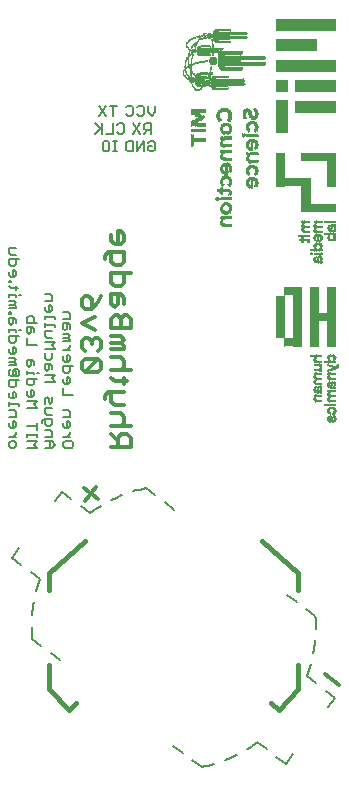
<source format=gbr>
G75*
%MOIN*%
%OFA0B0*%
%FSLAX25Y25*%
%IPPOS*%
%LPD*%
%AMOC8*
5,1,8,0,0,1.08239X$1,22.5*
%
%ADD10R,0.00100X0.01100*%
%ADD11R,0.00100X0.01200*%
%ADD12R,0.00100X0.01300*%
%ADD13R,0.00100X0.01400*%
%ADD14R,0.00100X0.01500*%
%ADD15R,0.00100X0.01000*%
%ADD16R,0.00100X0.00400*%
%ADD17R,0.00100X0.00200*%
%ADD18R,0.00100X0.00800*%
%ADD19R,0.00100X0.00900*%
%ADD20R,0.00100X0.19900*%
%ADD21R,0.00100X0.02800*%
%ADD22R,0.00100X0.11400*%
%ADD23R,0.00100X0.01700*%
%ADD24R,0.00100X0.01600*%
%ADD25R,0.00100X0.02900*%
%ADD26R,0.00100X0.04200*%
%ADD27R,0.00100X0.04100*%
%ADD28R,0.00100X0.02000*%
%ADD29R,0.00100X0.01800*%
%ADD30R,0.00100X0.02500*%
%ADD31R,0.00100X0.02400*%
%ADD32R,0.00100X0.02200*%
%ADD33R,0.00100X0.02600*%
%ADD34R,0.00100X0.02300*%
%ADD35R,0.00100X0.02700*%
%ADD36R,0.00100X0.00700*%
%ADD37R,0.00100X0.02100*%
%ADD38R,0.00100X0.01900*%
%ADD39R,0.00100X0.04000*%
%ADD40R,0.00100X0.00600*%
%ADD41R,0.00100X0.00100*%
%ADD42R,0.00100X0.19700*%
%ADD43R,0.00100X0.11300*%
%ADD44R,0.00100X0.11000*%
%ADD45R,0.00100X0.19800*%
%ADD46R,0.00100X0.14300*%
%ADD47R,0.00100X0.14200*%
%ADD48C,0.00600*%
%ADD49R,0.00200X0.00800*%
%ADD50R,0.00200X0.01000*%
%ADD51R,0.00200X0.01200*%
%ADD52R,0.00200X0.01400*%
%ADD53R,0.00200X0.01600*%
%ADD54R,0.00200X0.00600*%
%ADD55R,0.00200X0.02000*%
%ADD56R,0.00200X0.01800*%
%ADD57R,0.00200X0.02800*%
%ADD58R,0.00200X0.02400*%
%ADD59R,0.00200X0.02600*%
%ADD60R,0.00200X0.03400*%
%ADD61R,0.00200X0.03000*%
%ADD62R,0.00200X0.03600*%
%ADD63R,0.00200X0.03200*%
%ADD64R,0.00200X0.04000*%
%ADD65R,0.00200X0.00400*%
%ADD66R,0.00200X0.00200*%
%ADD67R,0.00200X0.03800*%
%ADD68R,0.00200X0.02200*%
%ADD69R,0.00200X0.04200*%
%ADD70R,0.00200X0.06400*%
%ADD71R,0.00200X0.06600*%
%ADD72R,0.00200X0.06200*%
%ADD73R,0.00200X0.06000*%
%ADD74R,0.00200X0.05600*%
%ADD75R,0.00200X0.04600*%
%ADD76R,0.00200X0.04400*%
%ADD77R,0.00200X0.05000*%
%ADD78R,0.00200X0.05200*%
%ADD79R,0.00200X0.04800*%
%ADD80C,0.01200*%
%ADD81C,0.01600*%
%ADD82C,0.00800*%
D10*
X0114058Y0135377D03*
X0113058Y0134777D03*
X0112958Y0134777D03*
X0112858Y0134777D03*
X0112758Y0128377D03*
X0112577Y0179264D03*
X0111358Y0125377D03*
X0111258Y0123877D03*
X0111258Y0126877D03*
X0111258Y0131177D03*
X0111258Y0136977D03*
X0111258Y0138577D03*
X0108677Y0178064D03*
X0108558Y0135277D03*
X0108177Y0171664D03*
X0107958Y0134177D03*
X0107958Y0135677D03*
X0107977Y0174264D03*
X0107558Y0128177D03*
X0107577Y0171564D03*
X0106758Y0131177D03*
X0106758Y0138577D03*
X0106777Y0181764D03*
X0106658Y0123877D03*
X0106658Y0132677D03*
X0106658Y0137077D03*
X0106677Y0174264D03*
X0106677Y0175864D03*
X0106677Y0180264D03*
X0106058Y0124277D03*
X0106058Y0129977D03*
X0106077Y0175364D03*
X0104477Y0177064D03*
X0102677Y0181764D03*
X0102677Y0183364D03*
D11*
X0113958Y0135327D03*
X0113258Y0120427D03*
X0113158Y0129427D03*
X0113158Y0138027D03*
X0113177Y0178114D03*
X0112777Y0180714D03*
X0112658Y0137027D03*
X0112658Y0138527D03*
X0112677Y0177714D03*
X0112258Y0117127D03*
X0112158Y0129727D03*
X0112177Y0182014D03*
X0111258Y0132627D03*
X0111277Y0179214D03*
X0110758Y0125827D03*
X0108558Y0127927D03*
X0108577Y0175314D03*
X0108158Y0126827D03*
X0108177Y0170214D03*
X0106658Y0125327D03*
X0106658Y0138527D03*
X0106677Y0183314D03*
X0106158Y0131627D03*
X0104377Y0177114D03*
X0103977Y0177214D03*
X0102077Y0180614D03*
X0102077Y0182214D03*
D12*
X0113858Y0135277D03*
X0113258Y0117677D03*
X0113177Y0181764D03*
X0112758Y0134777D03*
X0112658Y0134777D03*
X0112677Y0179164D03*
X0111658Y0128477D03*
X0111558Y0118277D03*
X0110758Y0124177D03*
X0110758Y0131577D03*
X0110758Y0138077D03*
X0110658Y0120477D03*
X0108577Y0171264D03*
X0106158Y0124277D03*
X0106158Y0129977D03*
X0106158Y0137377D03*
X0106177Y0175364D03*
X0106177Y0182264D03*
X0106077Y0178064D03*
X0104277Y0177164D03*
X0104177Y0177164D03*
X0104077Y0177164D03*
D13*
X0113758Y0135227D03*
X0113658Y0135227D03*
X0112558Y0134827D03*
X0112058Y0129527D03*
X0112077Y0181814D03*
X0111677Y0180814D03*
X0111258Y0125327D03*
X0110858Y0125827D03*
X0110777Y0178114D03*
X0110658Y0117727D03*
X0110658Y0129027D03*
X0110677Y0181314D03*
X0108458Y0127927D03*
X0108477Y0171314D03*
X0107458Y0128027D03*
X0106658Y0131127D03*
X0106677Y0181714D03*
X0106258Y0131627D03*
X0106277Y0182214D03*
X0106177Y0180614D03*
X0102177Y0180614D03*
X0102177Y0182214D03*
D14*
X0113558Y0135177D03*
X0113058Y0129477D03*
X0113058Y0138077D03*
X0112458Y0134777D03*
X0112358Y0134777D03*
X0110858Y0124177D03*
X0110858Y0131577D03*
X0108577Y0178064D03*
X0108458Y0135277D03*
X0108477Y0175364D03*
X0107477Y0171364D03*
X0107058Y0126977D03*
X0107077Y0170364D03*
X0106258Y0124277D03*
X0106258Y0129977D03*
X0106277Y0180564D03*
X0106058Y0127477D03*
X0106077Y0170864D03*
D15*
X0113458Y0134927D03*
X0113358Y0134827D03*
X0113258Y0129427D03*
X0113277Y0178114D03*
X0112758Y0118427D03*
X0112758Y0129827D03*
X0112777Y0182214D03*
X0112658Y0119727D03*
X0112677Y0180614D03*
X0112558Y0136927D03*
X0112558Y0138627D03*
X0112577Y0177614D03*
X0112458Y0136927D03*
X0112477Y0177514D03*
X0112477Y0179314D03*
X0112358Y0138727D03*
X0112377Y0179314D03*
X0112277Y0182214D03*
X0111577Y0180614D03*
X0111458Y0132727D03*
X0111477Y0179314D03*
X0111358Y0126927D03*
X0111358Y0131127D03*
X0111358Y0132727D03*
X0111358Y0136927D03*
X0111358Y0138627D03*
X0111377Y0179314D03*
X0111258Y0121227D03*
X0111277Y0177614D03*
X0111158Y0128327D03*
X0111158Y0129727D03*
X0110758Y0135727D03*
X0110658Y0124227D03*
X0110658Y0125827D03*
X0110658Y0131527D03*
X0110658Y0138027D03*
X0110677Y0178114D03*
X0108577Y0172914D03*
X0108158Y0128327D03*
X0108058Y0126727D03*
X0108077Y0170114D03*
X0108077Y0177314D03*
X0108077Y0178814D03*
X0107958Y0126727D03*
X0107977Y0175914D03*
X0107858Y0134127D03*
X0107877Y0174214D03*
X0107677Y0171714D03*
X0107677Y0176014D03*
X0106958Y0126727D03*
X0106977Y0170114D03*
X0106977Y0176014D03*
X0106858Y0138627D03*
X0106877Y0183414D03*
X0106758Y0123827D03*
X0106758Y0125427D03*
X0106758Y0132727D03*
X0106777Y0174214D03*
X0106777Y0175914D03*
X0106777Y0183414D03*
X0106658Y0129627D03*
X0106577Y0177414D03*
X0106577Y0178814D03*
X0106058Y0131627D03*
X0106058Y0137427D03*
X0106077Y0180614D03*
X0106077Y0182214D03*
X0105977Y0170814D03*
X0105077Y0172914D03*
X0104577Y0177014D03*
X0102777Y0183414D03*
X0102677Y0180214D03*
X0101977Y0180614D03*
D16*
X0113358Y0117727D03*
X0113358Y0120427D03*
X0101877Y0180614D03*
X0101877Y0182214D03*
D17*
X0113358Y0138027D03*
D18*
X0113258Y0122527D03*
X0113258Y0123727D03*
X0113258Y0125427D03*
X0113258Y0127027D03*
X0113258Y0128127D03*
X0113258Y0131027D03*
X0113258Y0132827D03*
X0113258Y0136827D03*
X0113277Y0179314D03*
X0113277Y0180514D03*
X0113277Y0183414D03*
X0113158Y0122527D03*
X0113158Y0123727D03*
X0113158Y0127027D03*
X0113158Y0136827D03*
X0113177Y0180514D03*
X0113058Y0122527D03*
X0113058Y0123727D03*
X0113058Y0127027D03*
X0113058Y0128227D03*
X0113058Y0136827D03*
X0112958Y0122527D03*
X0112958Y0123727D03*
X0112958Y0127027D03*
X0112858Y0122527D03*
X0112858Y0123727D03*
X0112858Y0127027D03*
X0112758Y0122527D03*
X0112758Y0123727D03*
X0112758Y0127027D03*
X0112658Y0116927D03*
X0112658Y0122527D03*
X0112658Y0123727D03*
X0112658Y0127027D03*
X0112658Y0129927D03*
X0112558Y0116927D03*
X0112558Y0122527D03*
X0112558Y0123727D03*
X0112558Y0127027D03*
X0112558Y0129927D03*
X0112577Y0182314D03*
X0112458Y0116927D03*
X0112458Y0118627D03*
X0112458Y0122527D03*
X0112458Y0123727D03*
X0112458Y0127027D03*
X0112458Y0128227D03*
X0112458Y0129927D03*
X0112477Y0182314D03*
X0112358Y0122527D03*
X0112358Y0123727D03*
X0112358Y0127027D03*
X0112358Y0128227D03*
X0112358Y0129927D03*
X0112258Y0122527D03*
X0112258Y0123727D03*
X0112258Y0127027D03*
X0112258Y0128227D03*
X0112158Y0122527D03*
X0112158Y0123727D03*
X0112158Y0127027D03*
X0112158Y0128227D03*
X0112158Y0134327D03*
X0112158Y0135227D03*
X0112158Y0136827D03*
X0112058Y0122527D03*
X0112058Y0123727D03*
X0112058Y0127027D03*
X0112058Y0128227D03*
X0112058Y0134327D03*
X0112058Y0135227D03*
X0112058Y0136827D03*
X0112077Y0177414D03*
X0111958Y0122527D03*
X0111958Y0123727D03*
X0111958Y0127027D03*
X0111958Y0135327D03*
X0111958Y0136827D03*
X0111977Y0177414D03*
X0111858Y0122527D03*
X0111858Y0123727D03*
X0111858Y0127027D03*
X0111858Y0134227D03*
X0111858Y0135327D03*
X0111858Y0136827D03*
X0111877Y0177414D03*
X0111758Y0122527D03*
X0111758Y0123727D03*
X0111758Y0127027D03*
X0111758Y0134227D03*
X0111758Y0136827D03*
X0111658Y0122527D03*
X0111658Y0123727D03*
X0111658Y0127027D03*
X0111658Y0134227D03*
X0111658Y0135427D03*
X0111558Y0122527D03*
X0111558Y0123727D03*
X0111558Y0127027D03*
X0111558Y0134127D03*
X0111558Y0135427D03*
X0111458Y0122527D03*
X0111458Y0128227D03*
X0111458Y0134127D03*
X0111358Y0116927D03*
X0111358Y0118527D03*
X0111358Y0122527D03*
X0111358Y0128227D03*
X0111358Y0129827D03*
X0111358Y0134127D03*
X0111377Y0182214D03*
X0111258Y0116927D03*
X0111258Y0118527D03*
X0111258Y0122527D03*
X0111258Y0134027D03*
X0111277Y0182114D03*
X0111158Y0117027D03*
X0111158Y0122527D03*
X0111158Y0134027D03*
X0111058Y0122527D03*
X0110958Y0122527D03*
X0110858Y0122527D03*
X0110858Y0127027D03*
X0110858Y0132827D03*
X0110858Y0133927D03*
X0110758Y0122527D03*
X0110758Y0127027D03*
X0110758Y0132827D03*
X0110758Y0136827D03*
X0110658Y0122527D03*
X0110658Y0127027D03*
X0110658Y0132827D03*
X0110558Y0117727D03*
X0110558Y0129027D03*
X0110158Y0122527D03*
X0110058Y0122527D03*
X0109958Y0122527D03*
X0109858Y0122527D03*
X0109758Y0122527D03*
X0109658Y0122527D03*
X0109558Y0122527D03*
X0109558Y0136827D03*
X0109577Y0179314D03*
X0109577Y0183414D03*
X0108658Y0123727D03*
X0108658Y0126627D03*
X0108658Y0129527D03*
X0108658Y0132827D03*
X0108658Y0134027D03*
X0108658Y0136927D03*
X0108658Y0138627D03*
X0108677Y0170014D03*
X0108677Y0172914D03*
X0108677Y0174114D03*
X0108677Y0180114D03*
X0108677Y0181814D03*
X0108677Y0183414D03*
X0108558Y0126627D03*
X0108558Y0129527D03*
X0108558Y0132827D03*
X0108558Y0134027D03*
X0108577Y0170014D03*
X0108458Y0123727D03*
X0108458Y0129527D03*
X0108458Y0132827D03*
X0108458Y0134027D03*
X0108458Y0136927D03*
X0108477Y0172914D03*
X0108477Y0174114D03*
X0108358Y0123727D03*
X0108358Y0129527D03*
X0108358Y0132827D03*
X0108358Y0136927D03*
X0108377Y0172914D03*
X0108258Y0123727D03*
X0108258Y0129527D03*
X0108258Y0132827D03*
X0108258Y0136927D03*
X0108277Y0172914D03*
X0108158Y0123727D03*
X0108158Y0129527D03*
X0108158Y0132827D03*
X0108158Y0136927D03*
X0108177Y0172914D03*
X0108058Y0123727D03*
X0108058Y0129527D03*
X0108058Y0132827D03*
X0108058Y0136927D03*
X0108077Y0172914D03*
X0107958Y0123727D03*
X0107958Y0128427D03*
X0107958Y0129527D03*
X0107958Y0132827D03*
X0107958Y0136927D03*
X0107977Y0172914D03*
X0107858Y0123727D03*
X0107858Y0128427D03*
X0107858Y0129527D03*
X0107858Y0132827D03*
X0107858Y0136927D03*
X0107877Y0171814D03*
X0107877Y0172914D03*
X0107758Y0123727D03*
X0107758Y0129527D03*
X0107758Y0132827D03*
X0107758Y0136927D03*
X0107777Y0172914D03*
X0107658Y0123727D03*
X0107658Y0129527D03*
X0107658Y0132827D03*
X0107658Y0136927D03*
X0107677Y0172914D03*
X0107677Y0179014D03*
X0107558Y0123727D03*
X0107558Y0129527D03*
X0107558Y0132827D03*
X0107558Y0136927D03*
X0107577Y0172914D03*
X0107577Y0174114D03*
X0107577Y0179014D03*
X0107458Y0123727D03*
X0107458Y0129527D03*
X0107458Y0132827D03*
X0107458Y0134027D03*
X0107458Y0136927D03*
X0107477Y0172914D03*
X0107477Y0174114D03*
X0107358Y0123727D03*
X0107358Y0129527D03*
X0107358Y0132827D03*
X0107358Y0136927D03*
X0107377Y0172914D03*
X0107377Y0174114D03*
X0107258Y0123727D03*
X0107258Y0129527D03*
X0107258Y0132827D03*
X0107258Y0136927D03*
X0107277Y0172914D03*
X0107277Y0174114D03*
X0107158Y0123727D03*
X0107158Y0129527D03*
X0107158Y0132827D03*
X0107158Y0136927D03*
X0107177Y0172914D03*
X0107177Y0174114D03*
X0107058Y0123727D03*
X0107058Y0129527D03*
X0107058Y0132827D03*
X0107058Y0136927D03*
X0107077Y0172914D03*
X0107077Y0174114D03*
X0107077Y0180114D03*
X0106958Y0129527D03*
X0106958Y0136927D03*
X0106977Y0172914D03*
X0106977Y0179014D03*
X0106858Y0129527D03*
X0106877Y0172914D03*
X0106877Y0177214D03*
X0106758Y0128327D03*
X0106777Y0172914D03*
X0106658Y0126727D03*
X0106677Y0170114D03*
X0106677Y0172914D03*
X0106577Y0172914D03*
X0106477Y0172914D03*
X0106377Y0172914D03*
X0106258Y0125527D03*
X0106258Y0132827D03*
X0106277Y0172914D03*
X0106158Y0125527D03*
X0106158Y0132827D03*
X0106177Y0172914D03*
X0106177Y0174114D03*
X0106058Y0132827D03*
X0106077Y0172914D03*
X0106077Y0174114D03*
X0105977Y0174114D03*
X0105977Y0175314D03*
X0105977Y0178114D03*
X0105877Y0174114D03*
X0105777Y0174114D03*
X0105677Y0174114D03*
X0105577Y0172914D03*
X0105577Y0174114D03*
X0105477Y0172914D03*
X0105477Y0174114D03*
X0105377Y0172914D03*
X0105377Y0174114D03*
X0105277Y0172914D03*
X0105277Y0174114D03*
X0105177Y0172914D03*
X0105177Y0174114D03*
X0104977Y0172914D03*
X0104977Y0174114D03*
X0104577Y0180114D03*
X0104577Y0183414D03*
X0103877Y0177414D03*
X0103777Y0177414D03*
X0103677Y0177414D03*
X0103577Y0177414D03*
X0103477Y0177414D03*
X0103377Y0177414D03*
X0103277Y0177414D03*
X0103177Y0177414D03*
X0103077Y0177414D03*
X0102977Y0177414D03*
X0102877Y0177414D03*
X0102777Y0177414D03*
X0102677Y0177414D03*
X0102577Y0177414D03*
X0101977Y0183414D03*
X0101877Y0177414D03*
X0101777Y0177414D03*
X0101677Y0177414D03*
X0101577Y0177414D03*
X0101577Y0178914D03*
X0101477Y0177414D03*
X0101377Y0177414D03*
X0101277Y0177414D03*
X0101177Y0177414D03*
X0101077Y0177414D03*
D19*
X0113258Y0134777D03*
X0113258Y0138077D03*
X0113277Y0181764D03*
X0113158Y0125377D03*
X0113158Y0128177D03*
X0113158Y0131077D03*
X0113158Y0132777D03*
X0113158Y0134777D03*
X0113177Y0179364D03*
X0113177Y0183464D03*
X0113058Y0125377D03*
X0113058Y0131077D03*
X0113058Y0132777D03*
X0113077Y0183464D03*
X0112958Y0125377D03*
X0112958Y0131077D03*
X0112958Y0132777D03*
X0112977Y0183464D03*
X0112858Y0125377D03*
X0112858Y0131077D03*
X0112858Y0132777D03*
X0112877Y0183464D03*
X0112758Y0116977D03*
X0112758Y0125377D03*
X0112758Y0131077D03*
X0112758Y0132777D03*
X0112777Y0183464D03*
X0112658Y0118477D03*
X0112658Y0121177D03*
X0112658Y0125377D03*
X0112658Y0128277D03*
X0112658Y0131077D03*
X0112658Y0132777D03*
X0112677Y0182264D03*
X0112677Y0183464D03*
X0112558Y0118577D03*
X0112558Y0119677D03*
X0112558Y0121277D03*
X0112558Y0125377D03*
X0112558Y0128277D03*
X0112558Y0131077D03*
X0112558Y0132777D03*
X0112577Y0180564D03*
X0112577Y0183464D03*
X0112458Y0119577D03*
X0112458Y0121277D03*
X0112458Y0125377D03*
X0112458Y0131077D03*
X0112458Y0132777D03*
X0112458Y0138677D03*
X0112477Y0180564D03*
X0112477Y0183464D03*
X0112358Y0116977D03*
X0112358Y0119577D03*
X0112358Y0121377D03*
X0112358Y0125377D03*
X0112358Y0131077D03*
X0112358Y0132777D03*
X0112358Y0136877D03*
X0112377Y0177464D03*
X0112377Y0180564D03*
X0112377Y0182264D03*
X0112377Y0183464D03*
X0112258Y0121377D03*
X0112258Y0125377D03*
X0112258Y0129877D03*
X0112258Y0131077D03*
X0112258Y0132777D03*
X0112258Y0136877D03*
X0112258Y0138777D03*
X0112277Y0177464D03*
X0112277Y0179364D03*
X0112277Y0180564D03*
X0112277Y0183464D03*
X0112158Y0121377D03*
X0112158Y0125377D03*
X0112158Y0131077D03*
X0112158Y0132777D03*
X0112158Y0138777D03*
X0112177Y0177464D03*
X0112177Y0179364D03*
X0112177Y0180564D03*
X0112177Y0183464D03*
X0112058Y0121377D03*
X0112058Y0125377D03*
X0112058Y0131077D03*
X0112058Y0132777D03*
X0112058Y0138777D03*
X0112077Y0179364D03*
X0112077Y0180564D03*
X0112077Y0183464D03*
X0111958Y0121377D03*
X0111958Y0125377D03*
X0111958Y0131077D03*
X0111958Y0132777D03*
X0111958Y0134277D03*
X0111958Y0138777D03*
X0111977Y0179364D03*
X0111977Y0183464D03*
X0111858Y0121377D03*
X0111858Y0125377D03*
X0111858Y0131077D03*
X0111858Y0132777D03*
X0111858Y0138777D03*
X0111877Y0179364D03*
X0111877Y0183464D03*
X0111758Y0121377D03*
X0111758Y0125377D03*
X0111758Y0131077D03*
X0111758Y0132777D03*
X0111758Y0135377D03*
X0111758Y0138777D03*
X0111777Y0177464D03*
X0111777Y0179364D03*
X0111777Y0183464D03*
X0111658Y0121377D03*
X0111658Y0125377D03*
X0111658Y0131077D03*
X0111658Y0132777D03*
X0111658Y0136877D03*
X0111658Y0138777D03*
X0111677Y0177464D03*
X0111677Y0179364D03*
X0111677Y0183464D03*
X0111558Y0121377D03*
X0111558Y0125377D03*
X0111558Y0128277D03*
X0111558Y0131077D03*
X0111558Y0132777D03*
X0111558Y0136877D03*
X0111558Y0138777D03*
X0111577Y0177464D03*
X0111577Y0179364D03*
X0111577Y0183464D03*
X0111458Y0118477D03*
X0111458Y0119577D03*
X0111458Y0121377D03*
X0111458Y0123777D03*
X0111458Y0125377D03*
X0111458Y0126977D03*
X0111458Y0131077D03*
X0111458Y0135477D03*
X0111458Y0136877D03*
X0111458Y0138677D03*
X0111477Y0177464D03*
X0111477Y0180564D03*
X0111477Y0183464D03*
X0111358Y0119677D03*
X0111358Y0121277D03*
X0111358Y0123777D03*
X0111358Y0135477D03*
X0111377Y0177564D03*
X0111377Y0180564D03*
X0111377Y0183464D03*
X0111258Y0119677D03*
X0111258Y0128277D03*
X0111258Y0129777D03*
X0111258Y0135577D03*
X0111277Y0180564D03*
X0111277Y0183464D03*
X0111158Y0118477D03*
X0111158Y0135577D03*
X0111177Y0180664D03*
X0111177Y0182064D03*
X0111177Y0183464D03*
X0111058Y0133977D03*
X0111058Y0135577D03*
X0111077Y0183464D03*
X0110958Y0133977D03*
X0110958Y0135677D03*
X0110977Y0183464D03*
X0110858Y0135677D03*
X0110877Y0183464D03*
X0110758Y0133877D03*
X0110777Y0179364D03*
X0110777Y0183464D03*
X0110658Y0133877D03*
X0110658Y0135777D03*
X0110658Y0136877D03*
X0110677Y0179364D03*
X0110677Y0183464D03*
X0110558Y0136877D03*
X0110577Y0179364D03*
X0110577Y0181364D03*
X0110577Y0183464D03*
X0110458Y0136877D03*
X0110477Y0179364D03*
X0110477Y0183464D03*
X0110358Y0136877D03*
X0110377Y0179364D03*
X0110377Y0183464D03*
X0110258Y0136877D03*
X0110277Y0179364D03*
X0110277Y0183464D03*
X0110158Y0136877D03*
X0110177Y0179364D03*
X0110177Y0183464D03*
X0110058Y0136877D03*
X0110077Y0179364D03*
X0110077Y0183464D03*
X0109958Y0136877D03*
X0109977Y0179364D03*
X0109977Y0183464D03*
X0109858Y0136877D03*
X0109877Y0179364D03*
X0109877Y0183464D03*
X0109758Y0136877D03*
X0109777Y0179364D03*
X0109777Y0183464D03*
X0109658Y0136877D03*
X0109677Y0179364D03*
X0109677Y0183464D03*
X0108658Y0127877D03*
X0108658Y0135277D03*
X0108677Y0171264D03*
X0108677Y0175364D03*
X0108558Y0123777D03*
X0108558Y0125477D03*
X0108558Y0131177D03*
X0108558Y0136877D03*
X0108558Y0138677D03*
X0108577Y0174064D03*
X0108577Y0180164D03*
X0108577Y0181764D03*
X0108577Y0183464D03*
X0108458Y0125477D03*
X0108458Y0126677D03*
X0108458Y0131177D03*
X0108458Y0138677D03*
X0108477Y0170064D03*
X0108477Y0180164D03*
X0108477Y0181764D03*
X0108477Y0183464D03*
X0108358Y0125477D03*
X0108358Y0131177D03*
X0108358Y0138677D03*
X0108377Y0180164D03*
X0108377Y0181764D03*
X0108377Y0183464D03*
X0108258Y0125477D03*
X0108258Y0131177D03*
X0108258Y0138677D03*
X0108277Y0180164D03*
X0108277Y0181764D03*
X0108277Y0183464D03*
X0108158Y0125477D03*
X0108158Y0131177D03*
X0108158Y0138677D03*
X0108177Y0180164D03*
X0108177Y0181764D03*
X0108177Y0183464D03*
X0108058Y0125477D03*
X0108058Y0128377D03*
X0108058Y0131177D03*
X0108058Y0138677D03*
X0108077Y0171764D03*
X0108077Y0180164D03*
X0108077Y0181764D03*
X0108077Y0183464D03*
X0107958Y0125477D03*
X0107958Y0131177D03*
X0107958Y0138677D03*
X0107977Y0170064D03*
X0107977Y0171764D03*
X0107977Y0177164D03*
X0107977Y0178864D03*
X0107977Y0180164D03*
X0107977Y0181764D03*
X0107977Y0183464D03*
X0107858Y0125477D03*
X0107858Y0126677D03*
X0107858Y0131177D03*
X0107858Y0135777D03*
X0107858Y0138677D03*
X0107877Y0170064D03*
X0107877Y0175964D03*
X0107877Y0178964D03*
X0107877Y0180164D03*
X0107877Y0181764D03*
X0107877Y0183464D03*
X0107758Y0125477D03*
X0107758Y0126677D03*
X0107758Y0128377D03*
X0107758Y0131177D03*
X0107758Y0134077D03*
X0107758Y0135777D03*
X0107758Y0138677D03*
X0107777Y0170064D03*
X0107777Y0171764D03*
X0107777Y0174164D03*
X0107777Y0175964D03*
X0107777Y0178964D03*
X0107777Y0180164D03*
X0107777Y0181764D03*
X0107777Y0183464D03*
X0107658Y0125477D03*
X0107658Y0126677D03*
X0107658Y0128377D03*
X0107658Y0131177D03*
X0107658Y0134077D03*
X0107658Y0135777D03*
X0107658Y0138677D03*
X0107677Y0170064D03*
X0107677Y0174164D03*
X0107677Y0180164D03*
X0107677Y0181764D03*
X0107677Y0183464D03*
X0107558Y0125477D03*
X0107558Y0126677D03*
X0107558Y0131177D03*
X0107558Y0134077D03*
X0107558Y0135777D03*
X0107558Y0138677D03*
X0107577Y0170064D03*
X0107577Y0176064D03*
X0107577Y0180164D03*
X0107577Y0181764D03*
X0107577Y0183464D03*
X0107458Y0125477D03*
X0107458Y0126677D03*
X0107458Y0131177D03*
X0107458Y0135777D03*
X0107458Y0138677D03*
X0107477Y0170064D03*
X0107477Y0176064D03*
X0107477Y0180164D03*
X0107477Y0181764D03*
X0107477Y0183464D03*
X0107358Y0125477D03*
X0107358Y0131177D03*
X0107358Y0134077D03*
X0107358Y0135777D03*
X0107358Y0138677D03*
X0107377Y0176064D03*
X0107377Y0180164D03*
X0107377Y0181764D03*
X0107377Y0183464D03*
X0107258Y0125477D03*
X0107258Y0131177D03*
X0107258Y0134077D03*
X0107258Y0135777D03*
X0107258Y0138677D03*
X0107277Y0176064D03*
X0107277Y0180164D03*
X0107277Y0181764D03*
X0107277Y0183464D03*
X0107158Y0125477D03*
X0107158Y0131177D03*
X0107158Y0134077D03*
X0107158Y0135777D03*
X0107158Y0138677D03*
X0107177Y0176064D03*
X0107177Y0180164D03*
X0107177Y0181764D03*
X0107177Y0183464D03*
X0107058Y0125477D03*
X0107058Y0131177D03*
X0107058Y0134077D03*
X0107058Y0135777D03*
X0107058Y0138677D03*
X0107077Y0176064D03*
X0107077Y0181764D03*
X0107077Y0183464D03*
X0106958Y0123777D03*
X0106958Y0125477D03*
X0106958Y0131177D03*
X0106958Y0132777D03*
X0106958Y0134077D03*
X0106958Y0135777D03*
X0106958Y0138677D03*
X0106977Y0174164D03*
X0106977Y0177164D03*
X0106977Y0180164D03*
X0106977Y0181764D03*
X0106977Y0183464D03*
X0106858Y0123777D03*
X0106858Y0125477D03*
X0106858Y0126677D03*
X0106858Y0131177D03*
X0106858Y0132777D03*
X0106858Y0134077D03*
X0106858Y0135777D03*
X0106858Y0136977D03*
X0106877Y0170064D03*
X0106877Y0174164D03*
X0106877Y0175964D03*
X0106877Y0178964D03*
X0106877Y0180164D03*
X0106877Y0181764D03*
X0106758Y0126677D03*
X0106758Y0129577D03*
X0106758Y0134077D03*
X0106758Y0135777D03*
X0106758Y0136977D03*
X0106777Y0170064D03*
X0106777Y0171664D03*
X0106777Y0177264D03*
X0106777Y0178964D03*
X0106777Y0180164D03*
X0106658Y0128277D03*
X0106658Y0134077D03*
X0106658Y0135777D03*
X0106677Y0171664D03*
X0106677Y0177264D03*
X0106677Y0178864D03*
X0106558Y0126777D03*
X0106558Y0128177D03*
X0106558Y0134077D03*
X0106558Y0135777D03*
X0106577Y0170164D03*
X0106577Y0171564D03*
X0106458Y0134077D03*
X0106458Y0135777D03*
X0106358Y0134077D03*
X0106358Y0135777D03*
X0106258Y0134077D03*
X0106258Y0135777D03*
X0106277Y0183464D03*
X0106158Y0134077D03*
X0106158Y0135777D03*
X0106158Y0138677D03*
X0106177Y0183464D03*
X0106058Y0125477D03*
X0106058Y0134077D03*
X0106058Y0135777D03*
X0106058Y0138677D03*
X0106077Y0183464D03*
X0105958Y0127477D03*
X0105958Y0138677D03*
X0105858Y0138677D03*
X0105758Y0138677D03*
X0105658Y0138677D03*
X0105558Y0138677D03*
X0105458Y0138677D03*
X0105358Y0138677D03*
X0105258Y0138677D03*
X0105158Y0138677D03*
X0105058Y0138677D03*
X0105077Y0174064D03*
X0104958Y0138677D03*
X0104577Y0178864D03*
X0104577Y0181764D03*
X0104477Y0178864D03*
X0104477Y0180164D03*
X0104477Y0181764D03*
X0104477Y0183464D03*
X0104377Y0178864D03*
X0104377Y0180164D03*
X0104377Y0181764D03*
X0104377Y0183464D03*
X0104277Y0178864D03*
X0104277Y0180164D03*
X0104277Y0181764D03*
X0104277Y0183464D03*
X0104177Y0178864D03*
X0104177Y0180164D03*
X0104177Y0181764D03*
X0104177Y0183464D03*
X0104077Y0178864D03*
X0104077Y0180164D03*
X0104077Y0181764D03*
X0104077Y0183464D03*
X0103977Y0178864D03*
X0103977Y0180164D03*
X0103977Y0181764D03*
X0103977Y0183464D03*
X0103877Y0178864D03*
X0103877Y0180164D03*
X0103877Y0181764D03*
X0103877Y0183464D03*
X0103777Y0178864D03*
X0103777Y0180164D03*
X0103777Y0181764D03*
X0103777Y0183464D03*
X0103677Y0178864D03*
X0103677Y0180164D03*
X0103677Y0181764D03*
X0103677Y0183464D03*
X0103577Y0178864D03*
X0103577Y0180164D03*
X0103577Y0181764D03*
X0103577Y0183464D03*
X0103477Y0178864D03*
X0103477Y0180164D03*
X0103477Y0181764D03*
X0103477Y0183464D03*
X0103377Y0178864D03*
X0103377Y0180164D03*
X0103377Y0181764D03*
X0103377Y0183464D03*
X0103277Y0178864D03*
X0103277Y0180164D03*
X0103277Y0181764D03*
X0103277Y0183464D03*
X0103177Y0178864D03*
X0103177Y0180164D03*
X0103177Y0181764D03*
X0103177Y0183464D03*
X0103077Y0178864D03*
X0103077Y0180164D03*
X0103077Y0181764D03*
X0103077Y0183464D03*
X0102977Y0178864D03*
X0102977Y0180164D03*
X0102977Y0181764D03*
X0102977Y0183464D03*
X0102877Y0178864D03*
X0102877Y0180164D03*
X0102877Y0181764D03*
X0102877Y0183464D03*
X0102777Y0178864D03*
X0102777Y0180164D03*
X0102777Y0181764D03*
X0102677Y0178864D03*
X0102577Y0178864D03*
X0102477Y0178864D03*
X0102377Y0178864D03*
X0102277Y0178864D03*
X0102177Y0178864D03*
X0102177Y0183464D03*
X0102077Y0178864D03*
X0102077Y0183464D03*
X0101977Y0178864D03*
X0101977Y0182264D03*
X0101477Y0178864D03*
X0101377Y0178864D03*
X0101277Y0178864D03*
X0101177Y0178864D03*
X0101077Y0178864D03*
X0100977Y0178864D03*
D20*
X0113258Y0151877D03*
X0113158Y0151877D03*
X0113058Y0151877D03*
X0112958Y0151877D03*
X0112858Y0151877D03*
X0112758Y0151877D03*
X0112658Y0151877D03*
X0112558Y0151877D03*
X0112458Y0151877D03*
X0112358Y0151877D03*
X0112258Y0151877D03*
X0112158Y0151877D03*
X0112058Y0151877D03*
X0111958Y0151877D03*
X0111858Y0151877D03*
X0111758Y0151877D03*
X0111658Y0151877D03*
X0111558Y0151877D03*
X0111458Y0151877D03*
X0111358Y0151877D03*
X0111258Y0151877D03*
X0111158Y0151877D03*
X0111058Y0151877D03*
X0110958Y0151877D03*
X0110858Y0151877D03*
X0110758Y0151877D03*
X0110658Y0151877D03*
X0110558Y0151877D03*
X0110458Y0151877D03*
X0107558Y0151877D03*
X0107458Y0151877D03*
X0107358Y0151877D03*
X0107258Y0151877D03*
X0107158Y0151877D03*
X0107058Y0151877D03*
X0106958Y0151877D03*
X0106858Y0151877D03*
X0106758Y0151877D03*
X0106658Y0151877D03*
X0106558Y0151877D03*
X0106458Y0151877D03*
X0106358Y0151877D03*
X0106258Y0151877D03*
X0106158Y0151877D03*
X0106058Y0151877D03*
X0105958Y0151877D03*
X0105858Y0151877D03*
X0105758Y0151877D03*
X0105658Y0151877D03*
X0105558Y0151877D03*
X0105458Y0151877D03*
X0105358Y0151877D03*
X0105258Y0151877D03*
X0105158Y0151877D03*
X0105058Y0151877D03*
X0104958Y0151877D03*
X0104858Y0151877D03*
X0101858Y0151877D03*
X0101758Y0151877D03*
X0101658Y0151877D03*
X0101558Y0151877D03*
X0101458Y0151877D03*
X0101358Y0151877D03*
X0101258Y0151877D03*
X0101158Y0151877D03*
X0101058Y0151877D03*
X0100958Y0151877D03*
X0100858Y0151877D03*
X0100758Y0151877D03*
X0100658Y0151877D03*
X0100558Y0151877D03*
X0100458Y0151877D03*
X0100358Y0151877D03*
X0100258Y0151877D03*
X0100158Y0151877D03*
X0100058Y0151877D03*
X0099958Y0151877D03*
X0099858Y0151877D03*
X0099758Y0151877D03*
X0099658Y0151877D03*
X0099558Y0151877D03*
X0099458Y0151877D03*
X0099358Y0151877D03*
X0099258Y0151877D03*
X0099158Y0151877D03*
D21*
X0113277Y0188114D03*
X0107477Y0178114D03*
X0107377Y0178114D03*
X0107277Y0178114D03*
X0107177Y0178114D03*
X0104877Y0188114D03*
X0098958Y0143327D03*
X0098858Y0143327D03*
X0098758Y0143327D03*
X0098658Y0143327D03*
X0098558Y0143327D03*
X0098458Y0143327D03*
X0098358Y0143327D03*
X0098258Y0143327D03*
X0098158Y0143327D03*
X0098058Y0143327D03*
X0097958Y0143327D03*
X0097858Y0143327D03*
X0097758Y0143327D03*
X0097658Y0143327D03*
X0097558Y0143327D03*
X0097458Y0143327D03*
X0097358Y0143327D03*
X0097258Y0143327D03*
X0097158Y0143327D03*
X0097058Y0143327D03*
X0096958Y0143327D03*
X0096858Y0143327D03*
X0096758Y0143327D03*
X0096658Y0143327D03*
X0096558Y0143327D03*
X0096458Y0143327D03*
X0096358Y0143327D03*
X0096377Y0196614D03*
X0098958Y0160414D03*
X0098858Y0160414D03*
X0098758Y0160414D03*
X0098658Y0160414D03*
X0098558Y0160414D03*
X0098458Y0160414D03*
X0098358Y0160414D03*
X0098258Y0160414D03*
X0098158Y0160414D03*
X0098058Y0160414D03*
X0097958Y0160414D03*
X0097858Y0160414D03*
X0097758Y0160414D03*
X0097658Y0160414D03*
X0097558Y0160414D03*
X0097458Y0160414D03*
X0097358Y0160414D03*
X0097258Y0160414D03*
X0097158Y0160414D03*
X0097058Y0160414D03*
X0096958Y0160414D03*
X0096858Y0160414D03*
X0096758Y0160414D03*
X0096658Y0160414D03*
X0096558Y0160414D03*
X0096458Y0160414D03*
X0096358Y0160414D03*
D22*
X0113277Y0200914D03*
X0113177Y0200914D03*
X0113077Y0200914D03*
X0112977Y0200914D03*
X0112877Y0200914D03*
X0112777Y0200914D03*
X0112677Y0200914D03*
X0112577Y0200914D03*
X0112477Y0200914D03*
X0112377Y0200914D03*
X0112277Y0200914D03*
X0112177Y0200914D03*
X0112077Y0200914D03*
X0111977Y0200914D03*
X0111877Y0200914D03*
X0111777Y0200914D03*
X0111677Y0200914D03*
X0111577Y0200914D03*
X0111477Y0200914D03*
X0111377Y0200914D03*
X0111277Y0200914D03*
X0111177Y0200914D03*
X0111077Y0200914D03*
X0110977Y0200914D03*
X0110877Y0200914D03*
X0110777Y0200914D03*
X0110677Y0200914D03*
X0110577Y0200914D03*
X0110477Y0200914D03*
X0104677Y0192414D03*
X0104577Y0192414D03*
X0104477Y0192414D03*
X0104377Y0192414D03*
X0104277Y0192414D03*
X0104177Y0192414D03*
X0104077Y0192414D03*
X0103977Y0192414D03*
X0103877Y0192414D03*
X0103777Y0192414D03*
X0103677Y0192414D03*
X0103577Y0192414D03*
X0103477Y0192414D03*
X0103377Y0192414D03*
X0103277Y0192414D03*
X0103177Y0192414D03*
X0103077Y0192414D03*
X0102977Y0192414D03*
X0102877Y0192414D03*
X0102777Y0192414D03*
X0102677Y0192414D03*
X0102577Y0192414D03*
X0102477Y0192414D03*
X0102377Y0192414D03*
X0102277Y0192414D03*
X0102177Y0192414D03*
X0102077Y0192414D03*
X0101977Y0192414D03*
X0096177Y0200914D03*
X0096077Y0200914D03*
X0095977Y0200914D03*
X0095877Y0200914D03*
X0095777Y0200914D03*
X0095677Y0200914D03*
X0095577Y0200914D03*
X0095477Y0200914D03*
X0095377Y0200914D03*
X0095277Y0200914D03*
X0095177Y0200914D03*
X0095077Y0200914D03*
X0094977Y0200914D03*
X0094877Y0200914D03*
X0094777Y0200914D03*
X0094677Y0200914D03*
X0094577Y0200914D03*
X0094477Y0200914D03*
X0094377Y0200914D03*
X0094277Y0200914D03*
X0094177Y0200914D03*
X0094077Y0200914D03*
X0093977Y0200914D03*
X0093877Y0200914D03*
X0093777Y0200914D03*
X0093677Y0200914D03*
X0093577Y0200914D03*
X0093477Y0200914D03*
D23*
X0113158Y0117677D03*
X0112258Y0134777D03*
X0112158Y0117377D03*
X0110758Y0117777D03*
X0110758Y0128977D03*
X0110777Y0181364D03*
X0106158Y0127477D03*
X0106177Y0178064D03*
X0102477Y0177364D03*
X0102377Y0177364D03*
X0102277Y0177364D03*
X0102177Y0177364D03*
X0102077Y0177364D03*
X0101977Y0177364D03*
D24*
X0113158Y0120427D03*
X0110758Y0120427D03*
X0102277Y0180614D03*
D25*
X0113177Y0188164D03*
X0113077Y0188164D03*
X0112977Y0188164D03*
X0112877Y0188164D03*
X0112777Y0188164D03*
X0112677Y0188164D03*
X0112577Y0188164D03*
X0112477Y0188164D03*
X0112377Y0188164D03*
X0112277Y0188164D03*
X0112177Y0188164D03*
X0112077Y0188164D03*
X0111977Y0188164D03*
X0111877Y0188164D03*
X0111777Y0188164D03*
X0111677Y0188164D03*
X0111577Y0188164D03*
X0111477Y0188164D03*
X0111377Y0188164D03*
X0111277Y0188164D03*
X0111177Y0188164D03*
X0111077Y0188164D03*
X0110977Y0188164D03*
X0110877Y0188164D03*
X0110777Y0188164D03*
X0110677Y0188164D03*
X0110577Y0188164D03*
X0110477Y0188164D03*
X0110358Y0151877D03*
X0110377Y0188164D03*
X0110377Y0205164D03*
X0110258Y0151877D03*
X0110277Y0188164D03*
X0110277Y0205164D03*
X0110158Y0151877D03*
X0110177Y0188164D03*
X0110177Y0205164D03*
X0110058Y0151877D03*
X0110077Y0188164D03*
X0110077Y0205164D03*
X0109958Y0151877D03*
X0109977Y0188164D03*
X0109977Y0205164D03*
X0109858Y0151877D03*
X0109877Y0188164D03*
X0109877Y0205164D03*
X0109758Y0151877D03*
X0109777Y0188164D03*
X0109777Y0205164D03*
X0109658Y0151877D03*
X0109677Y0188164D03*
X0109677Y0205164D03*
X0109558Y0151877D03*
X0109577Y0188164D03*
X0109577Y0205164D03*
X0109458Y0151877D03*
X0109477Y0188164D03*
X0109477Y0205164D03*
X0109358Y0151877D03*
X0109377Y0188164D03*
X0109377Y0205164D03*
X0109258Y0151877D03*
X0109277Y0188164D03*
X0109277Y0205164D03*
X0109158Y0151877D03*
X0109177Y0188164D03*
X0109177Y0205164D03*
X0109058Y0151877D03*
X0109077Y0188164D03*
X0109077Y0205164D03*
X0108958Y0151877D03*
X0108977Y0188164D03*
X0108977Y0205164D03*
X0108858Y0151877D03*
X0108877Y0188164D03*
X0108877Y0205164D03*
X0108758Y0151877D03*
X0108777Y0188164D03*
X0108777Y0205164D03*
X0108658Y0151877D03*
X0108677Y0188164D03*
X0108677Y0205164D03*
X0108558Y0151877D03*
X0108577Y0188164D03*
X0108577Y0205164D03*
X0108458Y0151877D03*
X0108477Y0188164D03*
X0108477Y0205164D03*
X0108358Y0151877D03*
X0108377Y0188164D03*
X0108377Y0205164D03*
X0108258Y0151877D03*
X0108277Y0188164D03*
X0108277Y0205164D03*
X0108158Y0151877D03*
X0108177Y0188164D03*
X0108177Y0205164D03*
X0108058Y0151877D03*
X0108077Y0188164D03*
X0108077Y0205164D03*
X0107958Y0151877D03*
X0107977Y0188164D03*
X0107977Y0205164D03*
X0107858Y0151877D03*
X0107877Y0188164D03*
X0107877Y0205164D03*
X0107758Y0151877D03*
X0107777Y0188164D03*
X0107777Y0205164D03*
X0107658Y0151877D03*
X0107677Y0188164D03*
X0107677Y0205164D03*
X0107577Y0188164D03*
X0107577Y0205164D03*
X0107477Y0188164D03*
X0107477Y0205164D03*
X0107377Y0188164D03*
X0107377Y0205164D03*
X0107277Y0188164D03*
X0107277Y0205164D03*
X0107177Y0188164D03*
X0107177Y0205164D03*
X0107077Y0188164D03*
X0107077Y0205164D03*
X0106977Y0188164D03*
X0106977Y0205164D03*
X0106877Y0188164D03*
X0106877Y0205164D03*
X0106777Y0188164D03*
X0106777Y0205164D03*
X0106677Y0188164D03*
X0106677Y0205164D03*
X0106577Y0188164D03*
X0106577Y0205164D03*
X0106477Y0188164D03*
X0106477Y0205164D03*
X0106377Y0188164D03*
X0106377Y0205164D03*
X0106277Y0188164D03*
X0106277Y0205164D03*
X0106177Y0188164D03*
X0106177Y0205164D03*
X0106077Y0188164D03*
X0106077Y0205164D03*
X0105977Y0188164D03*
X0105977Y0205164D03*
X0105877Y0188164D03*
X0105877Y0205164D03*
X0105777Y0188164D03*
X0105777Y0205164D03*
X0105677Y0188164D03*
X0105677Y0205164D03*
X0105577Y0188164D03*
X0105577Y0205164D03*
X0105477Y0188164D03*
X0105477Y0205164D03*
X0105377Y0188164D03*
X0105377Y0205164D03*
X0105277Y0188164D03*
X0105277Y0205164D03*
X0105177Y0188164D03*
X0105177Y0205164D03*
X0105077Y0188164D03*
X0105077Y0205164D03*
X0104977Y0188164D03*
X0104977Y0205164D03*
X0104877Y0205164D03*
X0104777Y0205164D03*
X0104677Y0205164D03*
X0104577Y0205164D03*
X0104477Y0205164D03*
X0104377Y0205164D03*
X0104277Y0205164D03*
X0104177Y0205164D03*
X0104077Y0205164D03*
X0103977Y0205164D03*
X0103877Y0205164D03*
X0103777Y0205164D03*
X0103677Y0205164D03*
X0103577Y0205164D03*
X0103477Y0205164D03*
X0103377Y0205164D03*
X0103277Y0205164D03*
X0103177Y0205164D03*
X0103077Y0205164D03*
X0102977Y0205164D03*
X0102877Y0205164D03*
X0102777Y0205164D03*
X0102677Y0205164D03*
X0102577Y0205164D03*
X0102477Y0205164D03*
X0102377Y0205164D03*
X0102277Y0205164D03*
X0102177Y0205164D03*
X0102077Y0205164D03*
X0101977Y0205164D03*
X0101877Y0196664D03*
X0101777Y0196664D03*
X0101677Y0196664D03*
X0101577Y0196664D03*
X0101477Y0196664D03*
X0101377Y0196664D03*
X0101277Y0196664D03*
X0101177Y0196664D03*
X0101077Y0196664D03*
X0100977Y0196664D03*
X0100877Y0196664D03*
X0100777Y0196664D03*
X0100677Y0196664D03*
X0100577Y0196664D03*
X0100477Y0196664D03*
X0100377Y0196664D03*
X0100277Y0196664D03*
X0100177Y0196664D03*
X0100077Y0196664D03*
X0099977Y0196664D03*
X0099877Y0196664D03*
X0099777Y0196664D03*
X0099677Y0196664D03*
X0099577Y0196664D03*
X0099477Y0196664D03*
X0099377Y0196664D03*
X0099277Y0196664D03*
X0099177Y0196664D03*
X0099058Y0143377D03*
X0099077Y0196664D03*
X0098977Y0196664D03*
X0098877Y0196664D03*
X0098777Y0196664D03*
X0098677Y0196664D03*
X0098577Y0196664D03*
X0098477Y0196664D03*
X0098377Y0196664D03*
X0098277Y0196664D03*
X0098177Y0196664D03*
X0098077Y0196664D03*
X0097977Y0196664D03*
X0097877Y0196664D03*
X0097777Y0196664D03*
X0097677Y0196664D03*
X0097577Y0196664D03*
X0097477Y0196664D03*
X0097377Y0196664D03*
X0097277Y0196664D03*
X0097177Y0196664D03*
X0097077Y0196664D03*
X0096977Y0196664D03*
X0096877Y0196664D03*
X0096777Y0196664D03*
X0096677Y0196664D03*
X0096577Y0196664D03*
X0096477Y0196664D03*
X0099058Y0160385D03*
D26*
X0113177Y0221814D03*
X0113177Y0235514D03*
X0113077Y0221814D03*
X0113077Y0235514D03*
X0113077Y0249114D03*
X0112977Y0221814D03*
X0112977Y0235514D03*
X0112977Y0249114D03*
X0112877Y0221814D03*
X0112877Y0235514D03*
X0112877Y0249114D03*
X0112777Y0221814D03*
X0112777Y0235514D03*
X0112777Y0249114D03*
X0112677Y0221814D03*
X0112677Y0235514D03*
X0112677Y0249114D03*
X0112577Y0221814D03*
X0112577Y0235514D03*
X0112577Y0249114D03*
X0112477Y0221814D03*
X0112477Y0235514D03*
X0112477Y0249114D03*
X0112377Y0221814D03*
X0112377Y0235514D03*
X0112377Y0249114D03*
X0112277Y0221814D03*
X0112277Y0235514D03*
X0112277Y0249114D03*
X0112177Y0221814D03*
X0112177Y0235514D03*
X0112177Y0249114D03*
X0112077Y0221814D03*
X0112077Y0235514D03*
X0112077Y0249114D03*
X0111977Y0221814D03*
X0111977Y0235514D03*
X0111977Y0249114D03*
X0111877Y0221814D03*
X0111877Y0235514D03*
X0111877Y0249114D03*
X0111777Y0221814D03*
X0111777Y0235514D03*
X0111777Y0249114D03*
X0111677Y0221814D03*
X0111677Y0235514D03*
X0111677Y0249114D03*
X0111577Y0221814D03*
X0111577Y0235514D03*
X0111577Y0249114D03*
X0111477Y0221814D03*
X0111477Y0235514D03*
X0111477Y0249114D03*
X0111377Y0221814D03*
X0111377Y0235514D03*
X0111377Y0249114D03*
X0111277Y0221814D03*
X0111277Y0235514D03*
X0111277Y0249114D03*
X0111177Y0221814D03*
X0111177Y0235514D03*
X0111177Y0249114D03*
X0111077Y0221814D03*
X0111077Y0235514D03*
X0111077Y0249114D03*
X0110977Y0221814D03*
X0110977Y0235514D03*
X0110977Y0249114D03*
X0110877Y0221814D03*
X0110877Y0235514D03*
X0110877Y0249114D03*
X0110777Y0221814D03*
X0110777Y0235514D03*
X0110777Y0249114D03*
X0110677Y0221814D03*
X0110677Y0235514D03*
X0110677Y0249114D03*
X0110577Y0221814D03*
X0110577Y0235514D03*
X0110577Y0249114D03*
X0110477Y0221814D03*
X0110477Y0235514D03*
X0110477Y0249114D03*
X0110377Y0221814D03*
X0110377Y0235514D03*
X0110377Y0249114D03*
X0110277Y0221814D03*
X0110277Y0235514D03*
X0110277Y0249114D03*
X0110177Y0221814D03*
X0110177Y0235514D03*
X0110177Y0249114D03*
X0110077Y0221814D03*
X0110077Y0235514D03*
X0110077Y0249114D03*
X0109977Y0221814D03*
X0109977Y0235514D03*
X0109977Y0249114D03*
X0109877Y0221814D03*
X0109877Y0235514D03*
X0109877Y0249114D03*
X0109777Y0221814D03*
X0109777Y0235514D03*
X0109777Y0249114D03*
X0109677Y0221814D03*
X0109677Y0235514D03*
X0109677Y0249114D03*
X0109577Y0221814D03*
X0109577Y0235514D03*
X0109577Y0249114D03*
X0109477Y0221814D03*
X0109477Y0235514D03*
X0109477Y0249114D03*
X0109377Y0221814D03*
X0109377Y0235514D03*
X0109377Y0249114D03*
X0109277Y0221814D03*
X0109277Y0235514D03*
X0109277Y0249114D03*
X0109177Y0221814D03*
X0109177Y0235514D03*
X0109177Y0249114D03*
X0109077Y0221814D03*
X0109077Y0235514D03*
X0109077Y0249114D03*
X0108977Y0221814D03*
X0108977Y0235514D03*
X0108977Y0249114D03*
X0108877Y0221814D03*
X0108877Y0235514D03*
X0108877Y0249114D03*
X0108777Y0221814D03*
X0108777Y0235514D03*
X0108777Y0249114D03*
X0108677Y0221814D03*
X0108677Y0235514D03*
X0108677Y0249114D03*
X0108577Y0221814D03*
X0108577Y0235514D03*
X0108577Y0249114D03*
X0108477Y0221814D03*
X0108477Y0235514D03*
X0108477Y0249114D03*
X0108377Y0221814D03*
X0108377Y0235514D03*
X0108377Y0249114D03*
X0108277Y0221814D03*
X0108277Y0235514D03*
X0108277Y0249114D03*
X0108177Y0221814D03*
X0108177Y0235514D03*
X0108177Y0249114D03*
X0108077Y0221814D03*
X0108077Y0235514D03*
X0108077Y0249114D03*
X0107977Y0221814D03*
X0107977Y0235514D03*
X0107977Y0249114D03*
X0107877Y0221814D03*
X0107877Y0235514D03*
X0107877Y0249114D03*
X0107777Y0221814D03*
X0107777Y0235514D03*
X0107777Y0249114D03*
X0107677Y0221814D03*
X0107677Y0235514D03*
X0107677Y0249114D03*
X0107577Y0221814D03*
X0107577Y0235514D03*
X0107577Y0249114D03*
X0107477Y0221814D03*
X0107477Y0235514D03*
X0107477Y0249114D03*
X0107377Y0221814D03*
X0107377Y0235514D03*
X0107377Y0249114D03*
X0107277Y0221814D03*
X0107277Y0235514D03*
X0107277Y0249114D03*
X0107177Y0221814D03*
X0107177Y0235514D03*
X0107177Y0249114D03*
X0107077Y0221814D03*
X0107077Y0235514D03*
X0107077Y0249114D03*
X0106977Y0221814D03*
X0106977Y0235514D03*
X0106977Y0249114D03*
X0106877Y0221814D03*
X0106877Y0235514D03*
X0106877Y0249114D03*
X0106777Y0221814D03*
X0106777Y0235514D03*
X0106777Y0242314D03*
X0106777Y0249114D03*
X0106677Y0221814D03*
X0106677Y0235514D03*
X0106677Y0242314D03*
X0106677Y0249114D03*
X0106577Y0181814D03*
X0106577Y0221814D03*
X0106577Y0235514D03*
X0106577Y0242314D03*
X0106577Y0249114D03*
X0106477Y0181814D03*
X0106477Y0221814D03*
X0106477Y0235514D03*
X0106477Y0242314D03*
X0106477Y0249114D03*
X0106377Y0221814D03*
X0106377Y0235514D03*
X0106377Y0242314D03*
X0106377Y0249114D03*
X0106277Y0221814D03*
X0106277Y0235514D03*
X0106277Y0242314D03*
X0106277Y0249114D03*
X0106177Y0221814D03*
X0106177Y0235514D03*
X0106177Y0242314D03*
X0106177Y0249114D03*
X0106077Y0221814D03*
X0106077Y0235514D03*
X0106077Y0242314D03*
X0106077Y0249114D03*
X0105977Y0221814D03*
X0105977Y0235514D03*
X0105977Y0242314D03*
X0105977Y0249114D03*
X0105877Y0221814D03*
X0105877Y0235514D03*
X0105877Y0242314D03*
X0105877Y0249114D03*
X0105777Y0221814D03*
X0105777Y0235514D03*
X0105777Y0242314D03*
X0105777Y0249114D03*
X0105677Y0221814D03*
X0105677Y0235514D03*
X0105677Y0242314D03*
X0105677Y0249114D03*
X0105577Y0221814D03*
X0105577Y0235514D03*
X0105577Y0242314D03*
X0105577Y0249114D03*
X0105477Y0221814D03*
X0105477Y0235514D03*
X0105477Y0242314D03*
X0105477Y0249114D03*
X0105377Y0221814D03*
X0105377Y0235514D03*
X0105377Y0242314D03*
X0105377Y0249114D03*
X0105277Y0221814D03*
X0105277Y0235514D03*
X0105277Y0242314D03*
X0105277Y0249114D03*
X0105177Y0221814D03*
X0105177Y0235514D03*
X0105177Y0242314D03*
X0105177Y0249114D03*
X0105077Y0221814D03*
X0105077Y0235514D03*
X0105077Y0242314D03*
X0105077Y0249114D03*
X0104977Y0221814D03*
X0104977Y0235514D03*
X0104977Y0242314D03*
X0104977Y0249114D03*
X0104877Y0221814D03*
X0104877Y0235514D03*
X0104877Y0242314D03*
X0104877Y0249114D03*
X0104777Y0221814D03*
X0104777Y0235514D03*
X0104777Y0242314D03*
X0104777Y0249114D03*
X0104677Y0221814D03*
X0104677Y0235514D03*
X0104677Y0242314D03*
X0104677Y0249114D03*
X0104577Y0221814D03*
X0104577Y0235514D03*
X0104577Y0242314D03*
X0104577Y0249114D03*
X0104477Y0221814D03*
X0104477Y0235514D03*
X0104477Y0242314D03*
X0104477Y0249114D03*
X0104377Y0221814D03*
X0104377Y0235514D03*
X0104377Y0242314D03*
X0104377Y0249114D03*
X0104277Y0221814D03*
X0104277Y0235514D03*
X0104277Y0242314D03*
X0104277Y0249114D03*
X0104177Y0221814D03*
X0104177Y0235514D03*
X0104177Y0242314D03*
X0104177Y0249114D03*
X0104077Y0221814D03*
X0104077Y0235514D03*
X0104077Y0242314D03*
X0104077Y0249114D03*
X0103977Y0221814D03*
X0103977Y0235514D03*
X0103977Y0242314D03*
X0103977Y0249114D03*
X0103877Y0221814D03*
X0103877Y0235514D03*
X0103877Y0242314D03*
X0103877Y0249114D03*
X0103777Y0221814D03*
X0103777Y0235514D03*
X0103777Y0242314D03*
X0103777Y0249114D03*
X0103677Y0221814D03*
X0103677Y0235514D03*
X0103677Y0242314D03*
X0103677Y0249114D03*
X0103577Y0221814D03*
X0103577Y0235514D03*
X0103577Y0242314D03*
X0103577Y0249114D03*
X0103477Y0221814D03*
X0103477Y0235514D03*
X0103477Y0242314D03*
X0103477Y0249114D03*
X0103377Y0221814D03*
X0103377Y0235514D03*
X0103377Y0242314D03*
X0103377Y0249114D03*
X0103277Y0221814D03*
X0103277Y0235514D03*
X0103277Y0242314D03*
X0103277Y0249114D03*
X0103177Y0221814D03*
X0103177Y0235514D03*
X0103177Y0242314D03*
X0103177Y0249114D03*
X0103077Y0221814D03*
X0103077Y0235514D03*
X0103077Y0242314D03*
X0103077Y0249114D03*
X0102977Y0221814D03*
X0102977Y0235514D03*
X0102977Y0242314D03*
X0102977Y0249114D03*
X0102877Y0221814D03*
X0102877Y0235514D03*
X0102877Y0242314D03*
X0102877Y0249114D03*
X0102777Y0221814D03*
X0102777Y0235514D03*
X0102777Y0242314D03*
X0102777Y0249114D03*
X0102677Y0221814D03*
X0102677Y0235514D03*
X0102677Y0242314D03*
X0102677Y0249114D03*
X0102577Y0181814D03*
X0102577Y0221814D03*
X0102577Y0235514D03*
X0102577Y0242314D03*
X0102577Y0249114D03*
X0102477Y0181814D03*
X0102477Y0221814D03*
X0102477Y0235514D03*
X0102477Y0242314D03*
X0102477Y0249114D03*
X0102377Y0221814D03*
X0102377Y0235514D03*
X0102377Y0242314D03*
X0102377Y0249114D03*
X0102277Y0221814D03*
X0102277Y0235514D03*
X0102277Y0242314D03*
X0102277Y0249114D03*
X0102177Y0221814D03*
X0102177Y0235514D03*
X0102177Y0242314D03*
X0102177Y0249114D03*
X0102077Y0221814D03*
X0102077Y0235514D03*
X0102077Y0242314D03*
X0102077Y0249114D03*
X0101977Y0221814D03*
X0101977Y0235514D03*
X0101977Y0242314D03*
X0101977Y0249114D03*
X0101877Y0221814D03*
X0101877Y0235514D03*
X0101877Y0242314D03*
X0101877Y0249114D03*
X0101777Y0221814D03*
X0101777Y0235514D03*
X0101777Y0242314D03*
X0101777Y0249114D03*
X0101677Y0221814D03*
X0101677Y0235514D03*
X0101677Y0242314D03*
X0101677Y0249114D03*
X0101577Y0221814D03*
X0101577Y0235514D03*
X0101577Y0242314D03*
X0101577Y0249114D03*
X0101477Y0221814D03*
X0101477Y0235514D03*
X0101477Y0242314D03*
X0101477Y0249114D03*
X0101377Y0221814D03*
X0101377Y0235514D03*
X0101377Y0242314D03*
X0101377Y0249114D03*
X0101277Y0221814D03*
X0101277Y0235514D03*
X0101277Y0242314D03*
X0101277Y0249114D03*
X0101177Y0221814D03*
X0101177Y0235514D03*
X0101177Y0242314D03*
X0101177Y0249114D03*
X0101077Y0221814D03*
X0101077Y0235514D03*
X0101077Y0242314D03*
X0101077Y0249114D03*
X0100977Y0221814D03*
X0100977Y0235514D03*
X0100977Y0242314D03*
X0100977Y0249114D03*
X0100877Y0221814D03*
X0100877Y0235514D03*
X0100877Y0242314D03*
X0100877Y0249114D03*
X0100777Y0221814D03*
X0100777Y0235514D03*
X0100777Y0242314D03*
X0100777Y0249114D03*
X0100677Y0221814D03*
X0100677Y0235514D03*
X0100677Y0242314D03*
X0100677Y0249114D03*
X0100577Y0221814D03*
X0100577Y0235514D03*
X0100577Y0242314D03*
X0100577Y0249114D03*
X0100477Y0221814D03*
X0100477Y0235514D03*
X0100477Y0242314D03*
X0100477Y0249114D03*
X0100377Y0221814D03*
X0100377Y0235514D03*
X0100377Y0242314D03*
X0100377Y0249114D03*
X0100277Y0221814D03*
X0100277Y0235514D03*
X0100277Y0242314D03*
X0100277Y0249114D03*
X0100177Y0221814D03*
X0100177Y0235514D03*
X0100177Y0242314D03*
X0100177Y0249114D03*
X0100077Y0221814D03*
X0100077Y0235514D03*
X0100077Y0242314D03*
X0100077Y0249114D03*
X0099977Y0221814D03*
X0099977Y0235514D03*
X0099977Y0242314D03*
X0099977Y0249114D03*
X0099877Y0221814D03*
X0099877Y0235514D03*
X0099877Y0242314D03*
X0099877Y0249114D03*
X0099777Y0235514D03*
X0099777Y0242314D03*
X0099777Y0249114D03*
X0099677Y0235514D03*
X0099677Y0242314D03*
X0099677Y0249114D03*
X0099577Y0235514D03*
X0099577Y0242314D03*
X0099577Y0249114D03*
X0099477Y0235514D03*
X0099477Y0242314D03*
X0099477Y0249114D03*
X0099377Y0235514D03*
X0099377Y0242314D03*
X0099377Y0249114D03*
X0099277Y0235514D03*
X0099277Y0242314D03*
X0099277Y0249114D03*
X0099177Y0235514D03*
X0099177Y0242314D03*
X0099177Y0249114D03*
X0099077Y0235514D03*
X0099077Y0242314D03*
X0099077Y0249114D03*
X0098977Y0235514D03*
X0098977Y0242314D03*
X0098977Y0249114D03*
X0098877Y0235514D03*
X0098877Y0242314D03*
X0098877Y0249114D03*
X0098777Y0235514D03*
X0098777Y0242314D03*
X0098777Y0249114D03*
X0098677Y0235514D03*
X0098677Y0242314D03*
X0098677Y0249114D03*
X0098577Y0235514D03*
X0098577Y0242314D03*
X0098577Y0249114D03*
X0098477Y0235514D03*
X0098477Y0242314D03*
X0098477Y0249114D03*
X0098377Y0235514D03*
X0098377Y0242314D03*
X0098377Y0249114D03*
X0098277Y0235514D03*
X0098277Y0242314D03*
X0098277Y0249114D03*
X0098177Y0235514D03*
X0098177Y0242314D03*
X0098177Y0249114D03*
X0098077Y0235514D03*
X0098077Y0242314D03*
X0098077Y0249114D03*
X0097977Y0235514D03*
X0097977Y0242314D03*
X0097977Y0249114D03*
X0097877Y0235514D03*
X0097877Y0242314D03*
X0097877Y0249114D03*
X0097777Y0235514D03*
X0097777Y0242314D03*
X0097777Y0249114D03*
X0097677Y0235514D03*
X0097677Y0242314D03*
X0097677Y0249114D03*
X0097577Y0235514D03*
X0097577Y0242314D03*
X0097577Y0249114D03*
X0097477Y0235514D03*
X0097477Y0242314D03*
X0097477Y0249114D03*
X0097377Y0235514D03*
X0097377Y0242314D03*
X0097377Y0249114D03*
X0097277Y0228714D03*
X0097277Y0235514D03*
X0097277Y0242314D03*
X0097277Y0249114D03*
X0097177Y0235514D03*
X0097177Y0242314D03*
X0097177Y0249114D03*
X0097077Y0235514D03*
X0097077Y0242314D03*
X0097077Y0249114D03*
X0096977Y0235514D03*
X0096977Y0242314D03*
X0096977Y0249114D03*
X0096877Y0235514D03*
X0096877Y0242314D03*
X0096877Y0249114D03*
X0096777Y0235514D03*
X0096777Y0242314D03*
X0096777Y0249114D03*
X0096677Y0235514D03*
X0096677Y0242314D03*
X0096677Y0249114D03*
X0096577Y0235514D03*
X0096577Y0242314D03*
X0096577Y0249114D03*
X0096477Y0235514D03*
X0096477Y0242314D03*
X0096477Y0249114D03*
X0096377Y0235514D03*
X0096377Y0242314D03*
X0096377Y0249114D03*
X0096277Y0235514D03*
X0096277Y0242314D03*
X0096277Y0249114D03*
X0096177Y0235514D03*
X0096177Y0242314D03*
X0096177Y0249114D03*
X0096077Y0235514D03*
X0096077Y0242314D03*
X0096077Y0249114D03*
X0095977Y0235514D03*
X0095977Y0242314D03*
X0095977Y0249114D03*
X0095877Y0235514D03*
X0095877Y0242314D03*
X0095877Y0249114D03*
X0095777Y0235514D03*
X0095777Y0242314D03*
X0095777Y0249114D03*
X0095677Y0235514D03*
X0095677Y0242314D03*
X0095677Y0249114D03*
X0095577Y0235514D03*
X0095577Y0242314D03*
X0095577Y0249114D03*
X0095477Y0235514D03*
X0095477Y0242314D03*
X0095477Y0249114D03*
X0095377Y0235514D03*
X0095377Y0242314D03*
X0095377Y0249114D03*
X0095277Y0235514D03*
X0095277Y0242314D03*
X0095277Y0249114D03*
X0095177Y0235514D03*
X0095177Y0242314D03*
X0095177Y0249114D03*
X0095077Y0235514D03*
X0095077Y0242314D03*
X0095077Y0249114D03*
X0094977Y0235514D03*
X0094977Y0242314D03*
X0094977Y0249114D03*
X0094877Y0235514D03*
X0094877Y0242314D03*
X0094877Y0249114D03*
X0094777Y0235514D03*
X0094777Y0242314D03*
X0094777Y0249114D03*
X0094677Y0235514D03*
X0094677Y0242314D03*
X0094677Y0249114D03*
X0094577Y0235514D03*
X0094577Y0242314D03*
X0094577Y0249114D03*
X0094477Y0235514D03*
X0094477Y0242314D03*
X0094477Y0249114D03*
X0094377Y0235514D03*
X0094377Y0242314D03*
X0094377Y0249114D03*
X0094277Y0235514D03*
X0094277Y0242314D03*
X0094277Y0249114D03*
X0094177Y0235514D03*
X0094177Y0242314D03*
X0094177Y0249114D03*
X0094077Y0235514D03*
X0094077Y0242314D03*
X0094077Y0249114D03*
X0093977Y0235514D03*
X0093977Y0242314D03*
X0093977Y0249114D03*
X0093877Y0235514D03*
X0093877Y0242314D03*
X0093877Y0249114D03*
X0093777Y0235514D03*
X0093777Y0242314D03*
X0093777Y0249114D03*
X0093677Y0235514D03*
X0093677Y0242314D03*
X0093677Y0249114D03*
X0093577Y0235514D03*
X0093577Y0242314D03*
X0093577Y0249114D03*
X0093477Y0242314D03*
D27*
X0113177Y0228764D03*
X0113177Y0249164D03*
X0113077Y0228764D03*
X0112977Y0228764D03*
X0112877Y0228764D03*
X0112777Y0228764D03*
X0112677Y0228764D03*
X0112577Y0228764D03*
X0112477Y0228764D03*
X0112377Y0228764D03*
X0112277Y0228764D03*
X0112177Y0228764D03*
X0112077Y0228764D03*
X0111977Y0228764D03*
X0111877Y0228764D03*
X0111777Y0228764D03*
X0111677Y0228764D03*
X0111577Y0228764D03*
X0111477Y0228764D03*
X0111377Y0228764D03*
X0111277Y0228764D03*
X0111158Y0125377D03*
X0111177Y0228764D03*
X0111058Y0125377D03*
X0111077Y0228764D03*
X0110977Y0228764D03*
X0110877Y0228764D03*
X0110777Y0228764D03*
X0110677Y0228764D03*
X0110577Y0228764D03*
X0110477Y0228764D03*
X0110377Y0228764D03*
X0110277Y0228764D03*
X0110177Y0228764D03*
X0110077Y0228764D03*
X0109977Y0228764D03*
X0109877Y0228764D03*
X0109777Y0228764D03*
X0109677Y0228764D03*
X0109577Y0228764D03*
X0109477Y0228764D03*
X0109377Y0228764D03*
X0109277Y0228764D03*
X0109177Y0228764D03*
X0109077Y0228764D03*
X0108977Y0228764D03*
X0108877Y0228764D03*
X0108777Y0228764D03*
X0108677Y0228764D03*
X0108577Y0228764D03*
X0108477Y0228764D03*
X0108377Y0228764D03*
X0108277Y0228764D03*
X0108177Y0228764D03*
X0108077Y0228764D03*
X0107977Y0228764D03*
X0107877Y0228764D03*
X0107777Y0228764D03*
X0107677Y0228764D03*
X0107577Y0228764D03*
X0107477Y0228764D03*
X0107377Y0228764D03*
X0107277Y0228764D03*
X0107177Y0228764D03*
X0107077Y0228764D03*
X0106977Y0228764D03*
X0106877Y0228764D03*
X0106877Y0242364D03*
X0106777Y0228764D03*
X0106677Y0228764D03*
X0106558Y0131177D03*
X0106577Y0228764D03*
X0106458Y0131177D03*
X0106477Y0228764D03*
X0106377Y0181864D03*
X0106377Y0228764D03*
X0106277Y0228764D03*
X0106177Y0228764D03*
X0106077Y0228764D03*
X0105977Y0228764D03*
X0105877Y0228764D03*
X0105777Y0228764D03*
X0105677Y0228764D03*
X0105577Y0228764D03*
X0105477Y0228764D03*
X0105377Y0228764D03*
X0105277Y0228764D03*
X0105177Y0228764D03*
X0105077Y0228764D03*
X0104977Y0228764D03*
X0104877Y0228764D03*
X0104777Y0228764D03*
X0104677Y0228764D03*
X0104577Y0228764D03*
X0104477Y0228764D03*
X0104377Y0228764D03*
X0104277Y0228764D03*
X0104177Y0228764D03*
X0104077Y0228764D03*
X0103977Y0228764D03*
X0103877Y0228764D03*
X0103777Y0228764D03*
X0103677Y0228764D03*
X0103577Y0228764D03*
X0103477Y0228764D03*
X0103377Y0228764D03*
X0103277Y0228764D03*
X0103177Y0228764D03*
X0103077Y0228764D03*
X0102977Y0228764D03*
X0102877Y0228764D03*
X0102777Y0228764D03*
X0102677Y0228764D03*
X0102577Y0228764D03*
X0102477Y0228764D03*
X0102377Y0181864D03*
X0102377Y0228764D03*
X0102277Y0228764D03*
X0102177Y0228764D03*
X0102077Y0228764D03*
X0101977Y0228764D03*
X0101877Y0228764D03*
X0101777Y0228764D03*
X0101677Y0228764D03*
X0101577Y0228764D03*
X0101477Y0228764D03*
X0101377Y0228764D03*
X0101277Y0228764D03*
X0101177Y0228764D03*
X0101077Y0228764D03*
X0100977Y0228764D03*
X0100877Y0228764D03*
X0100777Y0228764D03*
X0100677Y0228764D03*
X0100577Y0228764D03*
X0100477Y0228764D03*
X0100377Y0228764D03*
X0100277Y0228764D03*
X0100177Y0228764D03*
X0100077Y0228764D03*
X0099977Y0228764D03*
X0099877Y0228764D03*
X0097177Y0228764D03*
X0097077Y0228764D03*
X0096977Y0228764D03*
X0096877Y0228764D03*
X0096777Y0228764D03*
X0096677Y0228764D03*
X0096577Y0228764D03*
X0096477Y0228764D03*
X0096377Y0228764D03*
X0096277Y0228764D03*
X0096177Y0228764D03*
X0096077Y0228764D03*
X0095977Y0228764D03*
X0095877Y0228764D03*
X0095777Y0228764D03*
X0095677Y0228764D03*
X0095577Y0228764D03*
X0095477Y0228764D03*
X0095377Y0228764D03*
X0095277Y0228764D03*
X0095177Y0228764D03*
X0095077Y0228764D03*
X0094977Y0228764D03*
X0094877Y0228764D03*
X0094777Y0228764D03*
X0094677Y0228764D03*
X0094577Y0228764D03*
X0094477Y0228764D03*
X0094377Y0228764D03*
X0094277Y0228764D03*
X0094177Y0228764D03*
X0094077Y0228764D03*
X0093977Y0228764D03*
X0093877Y0228764D03*
X0093777Y0228764D03*
X0093677Y0228764D03*
X0093577Y0228764D03*
X0093477Y0228764D03*
X0093477Y0235564D03*
X0093477Y0249164D03*
D28*
X0113058Y0117727D03*
X0112958Y0120427D03*
X0112058Y0117527D03*
X0111758Y0117827D03*
X0110858Y0117727D03*
X0110858Y0129027D03*
X0110877Y0181314D03*
X0107158Y0127227D03*
X0107177Y0170614D03*
X0106277Y0170814D03*
D29*
X0113058Y0120427D03*
X0111658Y0118027D03*
X0108477Y0178014D03*
X0106177Y0170814D03*
D30*
X0113077Y0178564D03*
X0112958Y0137677D03*
X0112977Y0181364D03*
X0112858Y0129077D03*
X0112877Y0181364D03*
X0111058Y0131977D03*
X0110958Y0131977D03*
X0110958Y0137677D03*
X0110877Y0178564D03*
X0108358Y0127477D03*
X0108377Y0170864D03*
X0108377Y0174964D03*
X0108258Y0127477D03*
X0108258Y0134877D03*
X0108277Y0170864D03*
X0108277Y0174964D03*
X0108158Y0134877D03*
X0106458Y0124677D03*
X0106358Y0124677D03*
X0106358Y0137877D03*
X0106377Y0174964D03*
X0106258Y0137877D03*
D31*
X0113077Y0181314D03*
X0112958Y0129027D03*
X0112758Y0120427D03*
X0111977Y0181314D03*
X0110858Y0137627D03*
X0108358Y0134827D03*
X0108177Y0178014D03*
X0107358Y0127427D03*
X0107377Y0170814D03*
X0106277Y0174914D03*
X0102277Y0182714D03*
D32*
X0112958Y0117727D03*
X0112858Y0120427D03*
X0111877Y0181214D03*
X0111058Y0117727D03*
X0111058Y0120427D03*
X0111058Y0129027D03*
X0110958Y0129027D03*
X0108277Y0178014D03*
X0107258Y0127327D03*
X0107277Y0170714D03*
X0106477Y0178114D03*
D33*
X0112977Y0178514D03*
X0112858Y0137727D03*
X0112877Y0178514D03*
X0112758Y0137727D03*
X0111158Y0131927D03*
X0111158Y0137727D03*
X0111058Y0137727D03*
X0111077Y0178514D03*
X0110977Y0178514D03*
X0108177Y0175014D03*
X0108058Y0134927D03*
X0108077Y0175014D03*
X0106558Y0124627D03*
X0106558Y0137827D03*
X0106577Y0175014D03*
X0106458Y0137827D03*
X0106477Y0175014D03*
D34*
X0112858Y0117677D03*
X0111958Y0128977D03*
X0111158Y0120477D03*
X0111077Y0181364D03*
X0106458Y0127477D03*
X0106477Y0170864D03*
D35*
X0112777Y0178464D03*
X0111177Y0178464D03*
X0107077Y0178064D03*
D36*
X0112258Y0119577D03*
X0110558Y0120477D03*
X0108658Y0125477D03*
X0108658Y0131177D03*
X0105958Y0124277D03*
X0105958Y0129977D03*
X0105977Y0180564D03*
D37*
X0111958Y0117677D03*
X0111858Y0117777D03*
X0111858Y0128877D03*
X0110958Y0117777D03*
X0110958Y0120477D03*
X0110977Y0181364D03*
X0108377Y0178064D03*
X0106358Y0127477D03*
X0106377Y0170864D03*
X0106377Y0178064D03*
X0106258Y0127477D03*
D38*
X0111758Y0128777D03*
X0111777Y0181064D03*
X0110858Y0120477D03*
X0106277Y0178064D03*
D39*
X0110958Y0125427D03*
X0106358Y0131227D03*
X0099777Y0221814D03*
D40*
X0110558Y0124227D03*
X0110558Y0125827D03*
X0110558Y0131527D03*
X0110558Y0138027D03*
X0110577Y0178114D03*
X0105958Y0131627D03*
X0105958Y0137427D03*
X0105977Y0182214D03*
D41*
X0108777Y0175264D03*
D42*
X0104758Y0151877D03*
D43*
X0104777Y0192364D03*
X0096277Y0200864D03*
D44*
X0097277Y0218414D03*
X0097177Y0218414D03*
X0097077Y0218414D03*
X0096977Y0218414D03*
X0096877Y0218414D03*
X0096777Y0218414D03*
X0096677Y0218414D03*
X0096577Y0218414D03*
X0096477Y0218414D03*
X0096377Y0218414D03*
X0096277Y0218414D03*
X0096177Y0218414D03*
X0096077Y0218414D03*
X0095977Y0218414D03*
X0095877Y0218414D03*
X0095777Y0218414D03*
X0095677Y0218414D03*
X0095577Y0218414D03*
X0095477Y0218414D03*
X0095377Y0218414D03*
X0095277Y0218414D03*
X0095177Y0218414D03*
X0095077Y0218414D03*
X0094977Y0218414D03*
X0094877Y0218414D03*
X0094777Y0218414D03*
X0094677Y0218414D03*
X0094577Y0218414D03*
X0094477Y0218414D03*
X0094377Y0218414D03*
X0094277Y0218414D03*
X0094177Y0218414D03*
X0094077Y0218414D03*
X0093977Y0218414D03*
X0093877Y0218414D03*
X0093777Y0218414D03*
X0093677Y0218414D03*
X0093577Y0218414D03*
X0093477Y0218414D03*
D45*
X0096258Y0151827D03*
D46*
X0096158Y0151877D03*
X0096058Y0151877D03*
X0095958Y0151877D03*
X0095858Y0151877D03*
X0095758Y0151877D03*
X0095658Y0151877D03*
X0095558Y0151877D03*
X0095458Y0151877D03*
X0095358Y0151877D03*
X0095258Y0151877D03*
X0095158Y0151877D03*
X0095058Y0151877D03*
X0094958Y0151877D03*
X0094858Y0151877D03*
X0094758Y0151877D03*
X0094658Y0151877D03*
X0094558Y0151877D03*
X0094458Y0151877D03*
X0094358Y0151877D03*
X0094258Y0151877D03*
X0094158Y0151877D03*
X0094058Y0151877D03*
X0093958Y0151877D03*
X0093858Y0151877D03*
X0093758Y0151877D03*
X0093658Y0151877D03*
X0093558Y0151877D03*
D47*
X0093458Y0151827D03*
D48*
X0025640Y0109777D02*
X0025640Y0108643D01*
X0025073Y0108076D01*
X0022804Y0108076D01*
X0022237Y0108643D01*
X0022237Y0109777D01*
X0022804Y0110344D01*
X0025073Y0110344D01*
X0025640Y0109777D01*
X0024506Y0111759D02*
X0022237Y0111759D01*
X0023371Y0111759D02*
X0024506Y0112893D01*
X0024506Y0113460D01*
X0022237Y0116529D02*
X0022237Y0115395D01*
X0022804Y0114828D01*
X0023938Y0114828D01*
X0024506Y0115395D01*
X0024506Y0116529D01*
X0023938Y0117097D01*
X0023371Y0117097D01*
X0023371Y0114828D01*
X0022237Y0118511D02*
X0024506Y0118511D01*
X0024506Y0120213D01*
X0023938Y0120780D01*
X0022237Y0120780D01*
X0025640Y0125877D02*
X0022237Y0125877D01*
X0022237Y0128146D01*
X0022237Y0131262D02*
X0022237Y0130128D01*
X0022804Y0129561D01*
X0023938Y0129561D01*
X0024506Y0130128D01*
X0024506Y0131262D01*
X0023938Y0131829D01*
X0023371Y0131829D01*
X0023371Y0129561D01*
X0025640Y0135512D02*
X0022237Y0135512D01*
X0022237Y0133811D01*
X0022804Y0133244D01*
X0023938Y0133244D01*
X0024506Y0133811D01*
X0024506Y0135512D01*
X0022237Y0138628D02*
X0022237Y0137494D01*
X0022804Y0136927D01*
X0023938Y0136927D01*
X0024506Y0137494D01*
X0024506Y0138628D01*
X0023938Y0139195D01*
X0023371Y0139195D01*
X0023371Y0136927D01*
X0022237Y0140610D02*
X0024506Y0140610D01*
X0023371Y0140610D02*
X0024506Y0141744D01*
X0024506Y0142311D01*
X0022237Y0143679D02*
X0024506Y0143679D01*
X0024506Y0144246D01*
X0023938Y0144814D01*
X0022237Y0144814D01*
X0023938Y0144814D02*
X0024506Y0145381D01*
X0023938Y0145948D01*
X0022237Y0145948D01*
X0024506Y0147930D02*
X0024506Y0149064D01*
X0023938Y0149631D01*
X0022237Y0149631D01*
X0022237Y0147930D01*
X0022804Y0147362D01*
X0023371Y0147930D01*
X0023371Y0149631D01*
X0022237Y0151046D02*
X0024506Y0151046D01*
X0024506Y0152747D01*
X0023938Y0153314D01*
X0022237Y0153314D01*
X0016237Y0108076D02*
X0018506Y0108076D01*
X0019640Y0109210D01*
X0018506Y0110344D01*
X0016237Y0110344D01*
X0017938Y0110344D02*
X0017938Y0108076D01*
X0016237Y0111759D02*
X0018506Y0111759D01*
X0018506Y0113460D01*
X0017938Y0114027D01*
X0016237Y0114027D01*
X0015103Y0116576D02*
X0015103Y0117143D01*
X0015670Y0117710D01*
X0018506Y0117710D01*
X0018506Y0116009D01*
X0017938Y0115442D01*
X0016804Y0115442D01*
X0016237Y0116009D01*
X0016237Y0117710D01*
X0018506Y0119125D02*
X0016804Y0119125D01*
X0016237Y0119692D01*
X0016237Y0121394D01*
X0018506Y0121394D01*
X0016237Y0122808D02*
X0016237Y0124510D01*
X0016804Y0125077D01*
X0017371Y0124510D01*
X0017371Y0123375D01*
X0017938Y0122808D01*
X0018506Y0123375D01*
X0018506Y0125077D01*
X0016237Y0130174D02*
X0019640Y0130174D01*
X0018506Y0131309D01*
X0019640Y0132443D01*
X0016237Y0132443D01*
X0018506Y0134425D02*
X0018506Y0135559D01*
X0017938Y0136126D01*
X0016237Y0136126D01*
X0016237Y0134425D01*
X0016804Y0133858D01*
X0017371Y0134425D01*
X0017371Y0136126D01*
X0018506Y0139809D02*
X0018506Y0138108D01*
X0017938Y0137541D01*
X0016804Y0137541D01*
X0016237Y0138108D01*
X0016237Y0139809D01*
X0016237Y0141224D02*
X0019640Y0141224D01*
X0018506Y0142358D01*
X0019640Y0143492D01*
X0016237Y0143492D01*
X0018506Y0144907D02*
X0016804Y0144907D01*
X0016237Y0145474D01*
X0016237Y0147176D01*
X0018506Y0147176D01*
X0019640Y0148590D02*
X0019640Y0149157D01*
X0016237Y0149157D01*
X0016237Y0148590D02*
X0016237Y0149724D01*
X0019640Y0151046D02*
X0019640Y0151613D01*
X0016237Y0151613D01*
X0016237Y0151046D02*
X0016237Y0152180D01*
X0016237Y0155202D02*
X0016237Y0154068D01*
X0016804Y0153501D01*
X0017938Y0153501D01*
X0018506Y0154068D01*
X0018506Y0155202D01*
X0017938Y0155770D01*
X0017371Y0155770D01*
X0017371Y0153501D01*
X0016237Y0157184D02*
X0018506Y0157184D01*
X0018506Y0158886D01*
X0017938Y0159453D01*
X0016237Y0159453D01*
X0010237Y0108076D02*
X0013640Y0108076D01*
X0012506Y0109210D01*
X0013640Y0110344D01*
X0010237Y0110344D01*
X0010237Y0111759D02*
X0010237Y0112893D01*
X0010237Y0112326D02*
X0013640Y0112326D01*
X0013640Y0111759D02*
X0013640Y0112893D01*
X0013640Y0115348D02*
X0010237Y0115348D01*
X0013640Y0114214D02*
X0013640Y0116483D01*
X0010237Y0121580D02*
X0013640Y0121580D01*
X0012506Y0122715D01*
X0013640Y0123849D01*
X0010237Y0123849D01*
X0010237Y0126965D02*
X0010237Y0125831D01*
X0010804Y0125264D01*
X0011938Y0125264D01*
X0012506Y0125831D01*
X0012506Y0126965D01*
X0011938Y0127532D01*
X0011371Y0127532D01*
X0011371Y0125264D01*
X0013640Y0131215D02*
X0010237Y0131215D01*
X0010237Y0129514D01*
X0010804Y0128947D01*
X0011938Y0128947D01*
X0012506Y0129514D01*
X0012506Y0131215D01*
X0012506Y0132630D02*
X0012506Y0133197D01*
X0010237Y0133197D01*
X0010237Y0132630D02*
X0010237Y0133764D01*
X0013640Y0133197D02*
X0014207Y0133197D01*
X0012506Y0135652D02*
X0012506Y0136787D01*
X0011938Y0137354D01*
X0010237Y0137354D01*
X0010237Y0135652D01*
X0010804Y0135085D01*
X0011371Y0135652D01*
X0011371Y0137354D01*
X0013640Y0142452D02*
X0010237Y0142452D01*
X0010237Y0144720D01*
X0012506Y0146702D02*
X0012506Y0147836D01*
X0011938Y0148403D01*
X0010237Y0148403D01*
X0010237Y0146702D01*
X0010804Y0146135D01*
X0011371Y0146702D01*
X0011371Y0148403D01*
X0013640Y0149818D02*
X0010237Y0149818D01*
X0010237Y0151519D01*
X0010804Y0152086D01*
X0011938Y0152086D01*
X0012506Y0151519D01*
X0012506Y0149818D01*
X0004237Y0108643D02*
X0004237Y0109777D01*
X0004804Y0110344D01*
X0005938Y0110344D01*
X0006506Y0109777D01*
X0006506Y0108643D01*
X0005938Y0108076D01*
X0004804Y0108076D01*
X0004237Y0108643D01*
X0004237Y0111759D02*
X0006506Y0111759D01*
X0005371Y0111759D02*
X0006506Y0112893D01*
X0006506Y0113460D01*
X0004237Y0116529D02*
X0004237Y0115395D01*
X0004804Y0114828D01*
X0005938Y0114828D01*
X0006506Y0115395D01*
X0006506Y0116529D01*
X0005938Y0117097D01*
X0005371Y0117097D01*
X0005371Y0114828D01*
X0004237Y0118511D02*
X0006506Y0118511D01*
X0006506Y0120213D01*
X0005938Y0120780D01*
X0004237Y0120780D01*
X0007640Y0122194D02*
X0007640Y0122761D01*
X0004237Y0122761D01*
X0004237Y0122194D02*
X0004237Y0123329D01*
X0004237Y0126351D02*
X0004237Y0125217D01*
X0004804Y0124650D01*
X0005938Y0124650D01*
X0006506Y0125217D01*
X0006506Y0126351D01*
X0005938Y0126918D01*
X0005371Y0126918D01*
X0005371Y0124650D01*
X0007640Y0130601D02*
X0004237Y0130601D01*
X0004237Y0128900D01*
X0004804Y0128333D01*
X0005938Y0128333D01*
X0006506Y0128900D01*
X0006506Y0130601D01*
X0004804Y0134285D02*
X0004237Y0133717D01*
X0004237Y0132583D01*
X0004804Y0132016D01*
X0007073Y0132016D01*
X0007640Y0132583D01*
X0007640Y0133717D01*
X0007073Y0134285D01*
X0005938Y0134285D01*
X0005371Y0133717D01*
X0005371Y0132583D01*
X0006506Y0132583D01*
X0006506Y0133717D01*
X0005371Y0133717D01*
X0004237Y0135699D02*
X0006506Y0135699D01*
X0006506Y0136266D01*
X0005938Y0136833D01*
X0004237Y0136833D01*
X0005938Y0136833D02*
X0006506Y0137401D01*
X0005938Y0137968D01*
X0004237Y0137968D01*
X0004237Y0141084D02*
X0004237Y0139949D01*
X0004804Y0139382D01*
X0005938Y0139382D01*
X0006506Y0139949D01*
X0006506Y0141084D01*
X0005938Y0141651D01*
X0005371Y0141651D01*
X0005371Y0139382D01*
X0007640Y0145334D02*
X0004237Y0145334D01*
X0004237Y0143633D01*
X0004804Y0143065D01*
X0005938Y0143065D01*
X0006506Y0143633D01*
X0006506Y0145334D01*
X0006506Y0146749D02*
X0006506Y0147316D01*
X0004237Y0147316D01*
X0004237Y0146749D02*
X0004237Y0147883D01*
X0007640Y0147316D02*
X0008207Y0147316D01*
X0006506Y0149771D02*
X0006506Y0150905D01*
X0005938Y0151473D01*
X0004237Y0151473D01*
X0004237Y0149771D01*
X0004804Y0149204D01*
X0005371Y0149771D01*
X0005371Y0151473D01*
X0004237Y0152887D02*
X0004804Y0152887D01*
X0004804Y0153454D01*
X0004237Y0153454D01*
X0004237Y0152887D01*
X0004237Y0154729D02*
X0006506Y0154729D01*
X0006506Y0155296D01*
X0005938Y0155863D01*
X0004237Y0155863D01*
X0005938Y0155863D02*
X0006506Y0156430D01*
X0005938Y0156997D01*
X0004237Y0156997D01*
X0006506Y0158412D02*
X0006506Y0158979D01*
X0004237Y0158979D01*
X0004237Y0158412D02*
X0004237Y0159546D01*
X0007640Y0158979D02*
X0008207Y0158979D01*
X0007073Y0161434D02*
X0004804Y0161434D01*
X0004237Y0162002D01*
X0006506Y0162002D02*
X0006506Y0160867D01*
X0004237Y0163323D02*
X0004804Y0163323D01*
X0004804Y0163890D01*
X0004237Y0163890D01*
X0004237Y0163323D01*
X0004237Y0166866D02*
X0004237Y0165731D01*
X0004804Y0165164D01*
X0005938Y0165164D01*
X0006506Y0165731D01*
X0006506Y0166866D01*
X0005938Y0167433D01*
X0005371Y0167433D01*
X0005371Y0165164D01*
X0007640Y0171116D02*
X0004237Y0171116D01*
X0004237Y0169415D01*
X0004804Y0168847D01*
X0005938Y0168847D01*
X0006506Y0169415D01*
X0006506Y0171116D01*
X0006506Y0172531D02*
X0004804Y0172531D01*
X0004237Y0173098D01*
X0004237Y0174799D01*
X0006506Y0174799D01*
X0040246Y0215734D02*
X0040814Y0216301D01*
X0041948Y0216301D01*
X0042515Y0215734D01*
X0042515Y0213466D01*
X0041948Y0212898D01*
X0040814Y0212898D01*
X0040246Y0213466D01*
X0038832Y0216301D02*
X0038832Y0212898D01*
X0036563Y0212898D01*
X0035149Y0212898D02*
X0035149Y0216301D01*
X0035149Y0214033D02*
X0032880Y0216301D01*
X0034582Y0214600D02*
X0032880Y0212898D01*
X0052850Y0222207D02*
X0052850Y0219938D01*
X0051715Y0218804D01*
X0050581Y0219938D01*
X0050581Y0222207D01*
X0046898Y0221640D02*
X0047465Y0222207D01*
X0048599Y0222207D01*
X0049166Y0221640D01*
X0049166Y0219371D01*
X0048599Y0218804D01*
X0047465Y0218804D01*
X0046898Y0219371D01*
X0043215Y0221640D02*
X0043782Y0222207D01*
X0044916Y0222207D01*
X0045483Y0221640D01*
X0045483Y0219371D01*
X0044916Y0218804D01*
X0043782Y0218804D01*
X0043215Y0219371D01*
X0038920Y0218804D02*
X0038920Y0222207D01*
X0040054Y0222207D02*
X0037786Y0222207D01*
X0036371Y0222207D02*
X0034103Y0218804D01*
X0036371Y0218804D02*
X0034103Y0222207D01*
X0051373Y0212898D02*
X0051373Y0216301D01*
X0049672Y0216301D01*
X0049105Y0215734D01*
X0049105Y0214600D01*
X0049672Y0214033D01*
X0051373Y0214033D01*
X0050239Y0214033D02*
X0049105Y0212898D01*
X0045421Y0212898D02*
X0047690Y0216301D01*
X0045421Y0216301D02*
X0047690Y0212898D01*
X0050581Y0209829D02*
X0051148Y0210396D01*
X0052282Y0210396D01*
X0052850Y0209829D01*
X0052850Y0207560D01*
X0052282Y0206993D01*
X0051148Y0206993D01*
X0050581Y0207560D01*
X0050581Y0208694D01*
X0051715Y0208694D01*
X0049166Y0206993D02*
X0049166Y0210396D01*
X0046898Y0206993D01*
X0046898Y0210396D01*
X0045483Y0210396D02*
X0045483Y0206993D01*
X0043782Y0206993D01*
X0043215Y0207560D01*
X0043215Y0209829D01*
X0043782Y0210396D01*
X0045483Y0210396D01*
X0040054Y0206993D02*
X0038920Y0206993D01*
X0039487Y0206993D02*
X0039487Y0210396D01*
X0040054Y0210396D02*
X0038920Y0210396D01*
X0035897Y0210396D02*
X0037032Y0210396D01*
X0037599Y0209829D01*
X0037599Y0207560D01*
X0037032Y0206993D01*
X0035897Y0206993D01*
X0035330Y0207560D01*
X0035330Y0209829D01*
X0035897Y0210396D01*
D49*
X0089816Y0238102D03*
X0087416Y0219302D03*
X0087416Y0200302D03*
X0086016Y0220702D03*
X0083616Y0246102D03*
X0083616Y0244702D03*
X0083016Y0212302D03*
X0082816Y0230502D03*
X0082816Y0229302D03*
X0082016Y0212302D03*
X0078616Y0214502D03*
X0078616Y0193102D03*
X0078616Y0187902D03*
X0078016Y0247302D03*
X0078016Y0243502D03*
X0077816Y0247302D03*
X0077816Y0243502D03*
X0077616Y0247302D03*
X0077616Y0243502D03*
X0077616Y0195902D03*
X0077416Y0247302D03*
X0077416Y0243502D03*
X0077216Y0247302D03*
X0077216Y0243502D03*
X0077216Y0231702D03*
X0077216Y0227902D03*
X0077016Y0247302D03*
X0077016Y0243502D03*
X0077016Y0231702D03*
X0077016Y0227902D03*
X0076816Y0247302D03*
X0076816Y0243502D03*
X0076816Y0231702D03*
X0076816Y0227902D03*
X0076616Y0247302D03*
X0076616Y0243502D03*
X0076616Y0231702D03*
X0076616Y0227902D03*
X0076416Y0247302D03*
X0076416Y0243502D03*
X0076416Y0231702D03*
X0076416Y0227902D03*
X0076216Y0247302D03*
X0076216Y0243502D03*
X0076216Y0231702D03*
X0076216Y0227902D03*
X0076016Y0247302D03*
X0076016Y0243502D03*
X0076016Y0231702D03*
X0076016Y0227902D03*
X0075816Y0247302D03*
X0075816Y0243502D03*
X0075816Y0231702D03*
X0075816Y0227902D03*
X0075616Y0247302D03*
X0075616Y0243502D03*
X0075616Y0231702D03*
X0075616Y0227902D03*
X0075416Y0247302D03*
X0075416Y0243502D03*
X0075416Y0241102D03*
X0075416Y0231702D03*
X0075416Y0227902D03*
X0075216Y0247302D03*
X0075216Y0243502D03*
X0075216Y0241102D03*
X0075216Y0231702D03*
X0075216Y0227902D03*
X0075016Y0247302D03*
X0075016Y0243502D03*
X0075016Y0241102D03*
X0075016Y0231702D03*
X0075016Y0227902D03*
X0074816Y0247302D03*
X0074816Y0243502D03*
X0074816Y0241102D03*
X0074816Y0231702D03*
X0074816Y0227902D03*
X0074816Y0191102D03*
X0074816Y0184702D03*
X0074616Y0247302D03*
X0074616Y0243502D03*
X0074616Y0241102D03*
X0074616Y0231702D03*
X0074616Y0227902D03*
X0074416Y0247302D03*
X0074416Y0243502D03*
X0074416Y0241102D03*
X0074416Y0231702D03*
X0074416Y0227902D03*
X0074216Y0247302D03*
X0074216Y0243502D03*
X0074216Y0241102D03*
X0074216Y0231702D03*
X0074216Y0227902D03*
X0074016Y0241102D03*
X0074016Y0231702D03*
X0074016Y0227902D03*
X0073816Y0241102D03*
X0073816Y0231702D03*
X0073816Y0227902D03*
X0073616Y0241102D03*
X0073616Y0231702D03*
X0073616Y0227902D03*
X0073416Y0241102D03*
X0073416Y0231702D03*
X0073416Y0227902D03*
X0073216Y0241102D03*
X0073016Y0241102D03*
X0072816Y0241102D03*
X0072016Y0241102D03*
X0071816Y0241102D03*
X0071616Y0241102D03*
X0071416Y0241102D03*
X0071416Y0229902D03*
X0071216Y0241102D03*
X0070616Y0231502D03*
X0070416Y0231502D03*
X0070216Y0231502D03*
X0069416Y0228902D03*
X0069416Y0218302D03*
X0069216Y0228902D03*
X0068816Y0245502D03*
X0068616Y0245502D03*
X0068616Y0228902D03*
X0068416Y0228902D03*
X0068216Y0245102D03*
X0068216Y0228902D03*
X0067616Y0244102D03*
X0067416Y0243902D03*
X0067216Y0243502D03*
X0066816Y0240502D03*
X0066216Y0230702D03*
X0065416Y0240502D03*
X0065416Y0233302D03*
X0065416Y0229102D03*
X0065016Y0241302D03*
X0064816Y0240902D03*
X0064216Y0231902D03*
X0063816Y0232502D03*
X0063616Y0232902D03*
D50*
X0089816Y0236202D03*
X0087216Y0212202D03*
X0087216Y0206002D03*
X0087216Y0203402D03*
X0087016Y0212202D03*
X0087016Y0206002D03*
X0087016Y0203402D03*
X0086816Y0212202D03*
X0086816Y0206002D03*
X0086816Y0203402D03*
X0086616Y0212202D03*
X0086616Y0206002D03*
X0086616Y0203402D03*
X0086416Y0212202D03*
X0086416Y0208202D03*
X0086416Y0206002D03*
X0086416Y0203402D03*
X0086416Y0195602D03*
X0086216Y0212202D03*
X0086216Y0206002D03*
X0086216Y0203402D03*
X0086016Y0212202D03*
X0086016Y0210402D03*
X0086016Y0206002D03*
X0086016Y0203402D03*
X0085816Y0216402D03*
X0085816Y0212202D03*
X0085816Y0206002D03*
X0085816Y0203402D03*
X0085616Y0216402D03*
X0085616Y0212202D03*
X0085616Y0206002D03*
X0085616Y0203402D03*
X0085616Y0201802D03*
X0085416Y0216402D03*
X0085416Y0212202D03*
X0085416Y0206002D03*
X0085416Y0203402D03*
X0085416Y0201802D03*
X0085216Y0216402D03*
X0085216Y0212202D03*
X0085216Y0206002D03*
X0085216Y0203402D03*
X0085216Y0201802D03*
X0085016Y0216402D03*
X0085016Y0212202D03*
X0085016Y0206002D03*
X0085016Y0203402D03*
X0085016Y0201802D03*
X0084816Y0212202D03*
X0084816Y0210402D03*
X0084816Y0206002D03*
X0084816Y0197802D03*
X0084816Y0195002D03*
X0084616Y0212202D03*
X0084616Y0210402D03*
X0084416Y0214202D03*
X0084416Y0212202D03*
X0084416Y0199402D03*
X0084216Y0212202D03*
X0084016Y0212202D03*
X0083816Y0212202D03*
X0083616Y0212202D03*
X0083616Y0206002D03*
X0083416Y0246002D03*
X0083416Y0244602D03*
X0083216Y0246002D03*
X0083216Y0244602D03*
X0083016Y0246002D03*
X0083016Y0244602D03*
X0082816Y0246002D03*
X0082816Y0244602D03*
X0082616Y0246002D03*
X0082616Y0244602D03*
X0082616Y0230602D03*
X0082616Y0229202D03*
X0082416Y0246002D03*
X0082416Y0244602D03*
X0082416Y0229202D03*
X0082216Y0246002D03*
X0082216Y0244602D03*
X0082216Y0229202D03*
X0082016Y0246002D03*
X0082016Y0244602D03*
X0082016Y0239802D03*
X0082016Y0234402D03*
X0082016Y0229202D03*
X0081816Y0246002D03*
X0081816Y0244602D03*
X0081816Y0229202D03*
X0081616Y0246002D03*
X0081616Y0244602D03*
X0081616Y0229202D03*
X0081416Y0246002D03*
X0081416Y0244602D03*
X0081416Y0229202D03*
X0081216Y0246002D03*
X0081216Y0244602D03*
X0081216Y0229202D03*
X0081016Y0246002D03*
X0081016Y0244602D03*
X0081016Y0229202D03*
X0080816Y0246002D03*
X0080816Y0244602D03*
X0080816Y0229202D03*
X0080616Y0246002D03*
X0080616Y0244602D03*
X0080616Y0229202D03*
X0080416Y0246002D03*
X0080416Y0244602D03*
X0080416Y0229202D03*
X0080216Y0246002D03*
X0080216Y0244602D03*
X0080216Y0229202D03*
X0080016Y0246002D03*
X0080016Y0244602D03*
X0080016Y0229202D03*
X0079816Y0246002D03*
X0079816Y0244602D03*
X0079816Y0229202D03*
X0079616Y0246002D03*
X0079616Y0244602D03*
X0079616Y0229202D03*
X0079416Y0246002D03*
X0079416Y0244602D03*
X0079416Y0229202D03*
X0079216Y0246002D03*
X0079216Y0244602D03*
X0079216Y0229202D03*
X0079016Y0246002D03*
X0079016Y0244602D03*
X0079016Y0229202D03*
X0078816Y0246002D03*
X0078816Y0244602D03*
X0078816Y0229202D03*
X0078616Y0246002D03*
X0078616Y0244602D03*
X0078616Y0229202D03*
X0078616Y0218602D03*
X0078616Y0201202D03*
X0078416Y0246002D03*
X0078416Y0244602D03*
X0078416Y0229202D03*
X0078416Y0208602D03*
X0078416Y0206802D03*
X0078416Y0204202D03*
X0078416Y0191002D03*
X0078416Y0184802D03*
X0078416Y0182202D03*
X0078216Y0246002D03*
X0078216Y0244602D03*
X0078216Y0229202D03*
X0078216Y0208602D03*
X0078216Y0206802D03*
X0078216Y0204202D03*
X0078216Y0191002D03*
X0078216Y0184802D03*
X0078216Y0182202D03*
X0078016Y0246002D03*
X0078016Y0244602D03*
X0078016Y0229202D03*
X0078016Y0208602D03*
X0078016Y0206802D03*
X0078016Y0204202D03*
X0078016Y0191002D03*
X0078016Y0184802D03*
X0078016Y0182202D03*
X0077816Y0229202D03*
X0077816Y0208602D03*
X0077816Y0206802D03*
X0077816Y0204202D03*
X0077816Y0191002D03*
X0077816Y0184802D03*
X0077816Y0182202D03*
X0077616Y0229202D03*
X0077616Y0208602D03*
X0077616Y0206802D03*
X0077616Y0204202D03*
X0077616Y0193802D03*
X0077616Y0191002D03*
X0077616Y0184802D03*
X0077616Y0182202D03*
X0077416Y0229202D03*
X0077416Y0217402D03*
X0077416Y0208602D03*
X0077416Y0206802D03*
X0077416Y0204202D03*
X0077416Y0193802D03*
X0077416Y0191002D03*
X0077416Y0184802D03*
X0077416Y0182202D03*
X0077216Y0229202D03*
X0077216Y0215802D03*
X0077216Y0208602D03*
X0077216Y0206802D03*
X0077216Y0204202D03*
X0077216Y0202602D03*
X0077216Y0193802D03*
X0077216Y0191002D03*
X0077216Y0184802D03*
X0077216Y0182202D03*
X0077016Y0215802D03*
X0077016Y0213002D03*
X0077016Y0208602D03*
X0077016Y0206802D03*
X0077016Y0204202D03*
X0077016Y0193802D03*
X0077016Y0191002D03*
X0077016Y0189402D03*
X0077016Y0184802D03*
X0077016Y0182202D03*
X0076816Y0215802D03*
X0076816Y0213002D03*
X0076816Y0208602D03*
X0076816Y0206802D03*
X0076816Y0204202D03*
X0076816Y0193802D03*
X0076816Y0191002D03*
X0076816Y0189402D03*
X0076816Y0184802D03*
X0076816Y0182202D03*
X0076616Y0215802D03*
X0076616Y0213002D03*
X0076616Y0208602D03*
X0076616Y0206802D03*
X0076616Y0204202D03*
X0076616Y0193802D03*
X0076616Y0191002D03*
X0076616Y0189402D03*
X0076616Y0184802D03*
X0076616Y0182202D03*
X0076416Y0215802D03*
X0076416Y0213002D03*
X0076416Y0208602D03*
X0076416Y0206802D03*
X0076416Y0193802D03*
X0076416Y0191002D03*
X0076416Y0189402D03*
X0076416Y0184802D03*
X0076416Y0182202D03*
X0076216Y0215802D03*
X0076216Y0213002D03*
X0076216Y0206802D03*
X0076216Y0199802D03*
X0076216Y0193802D03*
X0076216Y0191002D03*
X0076216Y0182202D03*
X0076016Y0193802D03*
X0076016Y0191002D03*
X0075816Y0193802D03*
X0075816Y0191002D03*
X0075616Y0191002D03*
X0075416Y0191002D03*
X0075216Y0191002D03*
X0075016Y0206802D03*
X0075016Y0191002D03*
X0075016Y0184802D03*
X0074816Y0217402D03*
X0074816Y0211202D03*
X0074816Y0206802D03*
X0074416Y0193802D03*
X0074216Y0193802D03*
X0074216Y0191202D03*
X0074016Y0240002D03*
X0074016Y0193802D03*
X0073816Y0240002D03*
X0073816Y0193802D03*
X0073616Y0240002D03*
X0073416Y0240002D03*
X0073416Y0191202D03*
X0073216Y0240002D03*
X0073016Y0240002D03*
X0072816Y0240002D03*
X0072216Y0245402D03*
X0072016Y0240002D03*
X0072016Y0232602D03*
X0071816Y0240002D03*
X0071816Y0232602D03*
X0071616Y0240002D03*
X0071616Y0232602D03*
X0071416Y0240002D03*
X0071016Y0237202D03*
X0070616Y0232602D03*
X0070416Y0245402D03*
X0070416Y0232602D03*
X0070216Y0232602D03*
X0070016Y0232602D03*
X0070016Y0231402D03*
X0069816Y0232602D03*
X0069816Y0231402D03*
X0069816Y0213802D03*
X0069616Y0232602D03*
X0069616Y0213802D03*
X0069416Y0232602D03*
X0069416Y0213802D03*
X0069216Y0245602D03*
X0069216Y0232602D03*
X0069216Y0218202D03*
X0069216Y0213802D03*
X0069016Y0245602D03*
X0069016Y0232602D03*
X0069016Y0228802D03*
X0069016Y0213802D03*
X0068816Y0232602D03*
X0068816Y0213802D03*
X0068616Y0232602D03*
X0068616Y0213802D03*
X0068416Y0232602D03*
X0068416Y0213802D03*
X0068216Y0232602D03*
X0068216Y0213802D03*
X0068016Y0213802D03*
X0067816Y0244402D03*
X0067816Y0213802D03*
X0067616Y0213802D03*
X0067416Y0213802D03*
X0067216Y0213802D03*
X0067016Y0243202D03*
X0067016Y0213802D03*
X0066816Y0213802D03*
X0066616Y0242202D03*
X0066616Y0213802D03*
X0066416Y0213802D03*
X0066216Y0213802D03*
X0066016Y0213802D03*
X0065816Y0213802D03*
X0065616Y0228802D03*
X0065616Y0213802D03*
X0065416Y0213802D03*
X0065216Y0213802D03*
X0065016Y0213802D03*
X0063816Y0237802D03*
X0063616Y0237602D03*
X0063416Y0242402D03*
X0063416Y0237202D03*
X0063416Y0233202D03*
X0062416Y0233002D03*
D51*
X0089616Y0238102D03*
X0086216Y0210302D03*
X0086016Y0218102D03*
X0086016Y0216302D03*
X0086016Y0201702D03*
X0086016Y0197702D03*
X0085816Y0218102D03*
X0085816Y0201702D03*
X0085816Y0197702D03*
X0085616Y0218102D03*
X0085016Y0210502D03*
X0085016Y0207702D03*
X0085016Y0197702D03*
X0085016Y0195102D03*
X0084816Y0216302D03*
X0084816Y0207702D03*
X0084816Y0203502D03*
X0084816Y0201702D03*
X0084616Y0207902D03*
X0084616Y0205902D03*
X0084616Y0203502D03*
X0084616Y0197702D03*
X0084616Y0195102D03*
X0084416Y0207902D03*
X0083616Y0220702D03*
X0083416Y0220502D03*
X0082816Y0212302D03*
X0082416Y0230502D03*
X0082216Y0230502D03*
X0082216Y0212302D03*
X0082016Y0230502D03*
X0081816Y0239702D03*
X0081816Y0234502D03*
X0081816Y0230502D03*
X0081616Y0239702D03*
X0081616Y0234502D03*
X0081616Y0230502D03*
X0081416Y0239702D03*
X0081416Y0234502D03*
X0081416Y0230502D03*
X0081216Y0239702D03*
X0081216Y0234502D03*
X0081216Y0230502D03*
X0081016Y0239702D03*
X0081016Y0234502D03*
X0081016Y0230502D03*
X0080816Y0239702D03*
X0080816Y0234502D03*
X0080816Y0230502D03*
X0080616Y0239702D03*
X0080616Y0234502D03*
X0080616Y0230502D03*
X0080416Y0239702D03*
X0080416Y0234502D03*
X0080416Y0230502D03*
X0080216Y0239702D03*
X0080216Y0234502D03*
X0080216Y0230502D03*
X0080016Y0239702D03*
X0080016Y0234502D03*
X0080016Y0230502D03*
X0079816Y0239702D03*
X0079816Y0234502D03*
X0079816Y0230502D03*
X0079616Y0239702D03*
X0079616Y0234502D03*
X0079616Y0230502D03*
X0079416Y0239702D03*
X0079416Y0234502D03*
X0079416Y0230502D03*
X0079216Y0239702D03*
X0079216Y0234502D03*
X0079216Y0230502D03*
X0079016Y0239702D03*
X0079016Y0234502D03*
X0079016Y0230502D03*
X0078816Y0239702D03*
X0078816Y0234502D03*
X0078816Y0230502D03*
X0078616Y0239702D03*
X0078616Y0234502D03*
X0078616Y0230502D03*
X0078416Y0239702D03*
X0078416Y0234502D03*
X0078416Y0230502D03*
X0078416Y0211302D03*
X0078216Y0239702D03*
X0078216Y0234502D03*
X0078216Y0230502D03*
X0078216Y0211302D03*
X0078016Y0239702D03*
X0078016Y0234502D03*
X0078016Y0230502D03*
X0078016Y0211302D03*
X0077816Y0239702D03*
X0077816Y0234502D03*
X0077816Y0230502D03*
X0077816Y0211302D03*
X0077616Y0239702D03*
X0077616Y0234502D03*
X0077616Y0230502D03*
X0077616Y0211302D03*
X0077616Y0202302D03*
X0077416Y0239702D03*
X0077416Y0234502D03*
X0077416Y0230502D03*
X0077416Y0215702D03*
X0077416Y0213102D03*
X0077416Y0211302D03*
X0077416Y0202502D03*
X0077416Y0198102D03*
X0077216Y0239702D03*
X0077216Y0234502D03*
X0077216Y0230502D03*
X0077216Y0220502D03*
X0077216Y0213102D03*
X0077216Y0211302D03*
X0077216Y0198302D03*
X0077216Y0189302D03*
X0077216Y0186502D03*
X0077016Y0239702D03*
X0077016Y0234502D03*
X0077016Y0211302D03*
X0077016Y0198302D03*
X0077016Y0186502D03*
X0076816Y0239702D03*
X0076816Y0234502D03*
X0076816Y0220702D03*
X0076816Y0211302D03*
X0076816Y0198302D03*
X0076816Y0186502D03*
X0076616Y0239702D03*
X0076616Y0234502D03*
X0076616Y0220702D03*
X0076616Y0211302D03*
X0076616Y0198302D03*
X0076616Y0186502D03*
X0076416Y0239702D03*
X0076416Y0234502D03*
X0076416Y0211302D03*
X0076416Y0204302D03*
X0076416Y0198302D03*
X0076416Y0186502D03*
X0076216Y0220902D03*
X0076216Y0211302D03*
X0076216Y0208702D03*
X0076216Y0204302D03*
X0076216Y0202502D03*
X0076216Y0198302D03*
X0076216Y0189302D03*
X0076216Y0186502D03*
X0076216Y0184702D03*
X0076016Y0220902D03*
X0076016Y0215702D03*
X0076016Y0213102D03*
X0076016Y0208702D03*
X0076016Y0206702D03*
X0076016Y0204302D03*
X0076016Y0202502D03*
X0076016Y0199902D03*
X0076016Y0198102D03*
X0076016Y0189302D03*
X0076016Y0184702D03*
X0076016Y0182302D03*
X0075816Y0208702D03*
X0075816Y0204302D03*
X0075816Y0202302D03*
X0075816Y0200102D03*
X0075816Y0186702D03*
X0075816Y0182302D03*
X0075616Y0220702D03*
X0075616Y0193902D03*
X0075416Y0220702D03*
X0075016Y0211302D03*
X0074816Y0209502D03*
X0074816Y0205102D03*
X0074816Y0183102D03*
X0074616Y0193902D03*
X0074016Y0191102D03*
X0073816Y0191102D03*
X0073616Y0218702D03*
X0073616Y0191102D03*
X0071816Y0234902D03*
X0071216Y0231302D03*
X0069816Y0220502D03*
X0069816Y0215902D03*
X0069816Y0210702D03*
X0069616Y0231302D03*
X0069616Y0229902D03*
X0069616Y0220502D03*
X0069616Y0215902D03*
X0069616Y0210702D03*
X0069416Y0220502D03*
X0069416Y0215902D03*
X0069416Y0210702D03*
X0069216Y0220502D03*
X0069216Y0215902D03*
X0069216Y0210702D03*
X0069016Y0220502D03*
X0069016Y0218302D03*
X0069016Y0215902D03*
X0069016Y0210702D03*
X0068816Y0228702D03*
X0068816Y0220502D03*
X0068816Y0215902D03*
X0068816Y0210702D03*
X0068616Y0220502D03*
X0068616Y0215902D03*
X0068616Y0210702D03*
X0068416Y0220502D03*
X0068416Y0215902D03*
X0068416Y0210702D03*
X0068216Y0220502D03*
X0068216Y0215902D03*
X0068216Y0210702D03*
X0068016Y0220502D03*
X0068016Y0215902D03*
X0068016Y0210702D03*
X0067816Y0220502D03*
X0067816Y0215902D03*
X0067816Y0210702D03*
X0067616Y0220502D03*
X0067616Y0215902D03*
X0067616Y0210702D03*
X0067416Y0220502D03*
X0067416Y0217502D03*
X0067416Y0215902D03*
X0067416Y0210702D03*
X0067216Y0220502D03*
X0067216Y0219102D03*
X0067216Y0215902D03*
X0067216Y0210702D03*
X0067016Y0210702D03*
X0066816Y0210702D03*
X0066616Y0240502D03*
X0066616Y0210702D03*
X0066416Y0210702D03*
X0066216Y0210702D03*
X0065616Y0240502D03*
X0064616Y0240502D03*
X0064416Y0239902D03*
X0064416Y0235302D03*
X0064416Y0230702D03*
D52*
X0089616Y0236202D03*
X0089416Y0236202D03*
X0089216Y0236202D03*
X0089016Y0236202D03*
X0088816Y0236202D03*
X0088616Y0236202D03*
X0088416Y0236202D03*
X0088216Y0236202D03*
X0088016Y0236202D03*
X0087816Y0236202D03*
X0087616Y0236202D03*
X0087416Y0236202D03*
X0087216Y0236202D03*
X0087016Y0236202D03*
X0086816Y0236202D03*
X0086616Y0236202D03*
X0086416Y0236202D03*
X0086416Y0197402D03*
X0086216Y0236202D03*
X0086216Y0220602D03*
X0086216Y0218202D03*
X0086216Y0216202D03*
X0086216Y0201602D03*
X0086216Y0197602D03*
X0086016Y0236202D03*
X0085816Y0236202D03*
X0085816Y0210402D03*
X0085616Y0236202D03*
X0085416Y0236202D03*
X0085216Y0236202D03*
X0085016Y0236202D03*
X0084816Y0236202D03*
X0084616Y0236202D03*
X0084616Y0216202D03*
X0084616Y0201602D03*
X0084416Y0236202D03*
X0084416Y0210202D03*
X0084416Y0205802D03*
X0084416Y0203602D03*
X0084416Y0201402D03*
X0084416Y0197402D03*
X0084216Y0236202D03*
X0084016Y0236202D03*
X0083816Y0236202D03*
X0083816Y0220602D03*
X0083616Y0236202D03*
X0083616Y0204402D03*
X0083416Y0236202D03*
X0083216Y0236202D03*
X0083016Y0236202D03*
X0082816Y0236202D03*
X0082616Y0236202D03*
X0082616Y0212202D03*
X0082416Y0236202D03*
X0082416Y0212202D03*
X0082216Y0236202D03*
X0082016Y0236202D03*
X0081816Y0236202D03*
X0081616Y0236202D03*
X0077616Y0215602D03*
X0077616Y0213202D03*
X0077616Y0198002D03*
X0077616Y0186802D03*
X0077416Y0189202D03*
X0077416Y0186602D03*
X0077016Y0220602D03*
X0076416Y0220802D03*
X0076016Y0211202D03*
X0076016Y0186602D03*
X0075816Y0220802D03*
X0075816Y0215602D03*
X0075816Y0213202D03*
X0075816Y0211202D03*
X0075816Y0206602D03*
X0075816Y0198002D03*
X0075816Y0189202D03*
X0075816Y0184602D03*
X0075616Y0209002D03*
X0075616Y0204602D03*
X0075616Y0182402D03*
X0075216Y0220602D03*
X0075016Y0220402D03*
X0074816Y0214402D03*
X0074816Y0196802D03*
X0073616Y0237202D03*
X0072016Y0245402D03*
X0071416Y0231202D03*
X0071216Y0232802D03*
X0071216Y0229802D03*
X0069416Y0231202D03*
X0068816Y0218202D03*
X0067416Y0219002D03*
X0067216Y0217402D03*
X0066016Y0230802D03*
X0066016Y0210602D03*
X0065816Y0240402D03*
X0065616Y0239002D03*
X0065016Y0216202D03*
X0064616Y0235002D03*
X0063216Y0236602D03*
D53*
X0089416Y0238102D03*
X0089216Y0238102D03*
X0089016Y0238102D03*
X0088816Y0238102D03*
X0088616Y0238102D03*
X0088416Y0238102D03*
X0088216Y0238102D03*
X0088016Y0238102D03*
X0087816Y0238102D03*
X0087616Y0238102D03*
X0087416Y0238102D03*
X0087216Y0238102D03*
X0087216Y0214902D03*
X0087216Y0200302D03*
X0087016Y0238102D03*
X0086816Y0238102D03*
X0086616Y0238102D03*
X0086416Y0238102D03*
X0086416Y0210102D03*
X0086216Y0238102D03*
X0086016Y0238102D03*
X0085816Y0238102D03*
X0085616Y0238102D03*
X0085416Y0238102D03*
X0085416Y0218302D03*
X0085216Y0238102D03*
X0085016Y0238102D03*
X0084816Y0238102D03*
X0084616Y0238102D03*
X0084416Y0238102D03*
X0084416Y0216102D03*
X0084416Y0195302D03*
X0084216Y0238102D03*
X0084016Y0238102D03*
X0084016Y0220502D03*
X0083816Y0238102D03*
X0083616Y0238102D03*
X0083416Y0238102D03*
X0083216Y0238102D03*
X0083216Y0220302D03*
X0083216Y0218502D03*
X0083016Y0238102D03*
X0082816Y0238102D03*
X0082616Y0238102D03*
X0082416Y0238102D03*
X0082216Y0238102D03*
X0082016Y0238102D03*
X0081816Y0238102D03*
X0078416Y0193102D03*
X0077616Y0189102D03*
X0077416Y0220302D03*
X0075616Y0206502D03*
X0074816Y0220302D03*
X0074816Y0201102D03*
X0074816Y0187902D03*
X0071816Y0245302D03*
X0071616Y0234502D03*
X0071216Y0237102D03*
X0070616Y0245302D03*
X0069816Y0229902D03*
X0068616Y0218302D03*
X0068016Y0244702D03*
X0066816Y0242902D03*
X0066216Y0240502D03*
X0066016Y0240502D03*
X0065416Y0238302D03*
X0065016Y0220302D03*
X0064616Y0230702D03*
D54*
X0087416Y0215002D03*
X0087416Y0212202D03*
X0087416Y0209002D03*
X0087416Y0206002D03*
X0087416Y0203602D03*
X0087416Y0196402D03*
X0086216Y0214002D03*
X0086216Y0199402D03*
X0083416Y0218202D03*
X0082216Y0239802D03*
X0082216Y0234402D03*
X0078616Y0196802D03*
X0078216Y0247202D03*
X0077616Y0200202D03*
X0077416Y0228002D03*
X0075816Y0195802D03*
X0075616Y0241002D03*
X0074416Y0191202D03*
X0072216Y0232602D03*
X0071416Y0239002D03*
X0071416Y0228802D03*
X0071216Y0242002D03*
X0071016Y0242002D03*
X0070816Y0242002D03*
X0070616Y0242002D03*
X0070416Y0242002D03*
X0070216Y0242002D03*
X0070216Y0237002D03*
X0070016Y0242002D03*
X0070016Y0237002D03*
X0069816Y0242002D03*
X0069816Y0237002D03*
X0069616Y0242002D03*
X0069616Y0228802D03*
X0069416Y0242002D03*
X0069216Y0242002D03*
X0069016Y0242002D03*
X0068816Y0242002D03*
X0068616Y0242002D03*
X0068416Y0242002D03*
X0068016Y0227602D03*
X0067616Y0227402D03*
X0067016Y0236402D03*
X0066816Y0236402D03*
X0066816Y0227402D03*
X0066416Y0227602D03*
X0066216Y0232402D03*
X0066016Y0232602D03*
X0066016Y0228202D03*
X0065816Y0239202D03*
X0065816Y0232802D03*
X0065816Y0228402D03*
X0065616Y0242002D03*
X0065416Y0241802D03*
X0065216Y0241602D03*
X0065216Y0239602D03*
X0065216Y0233602D03*
X0064816Y0239202D03*
X0064616Y0244002D03*
X0064616Y0239002D03*
X0064416Y0238802D03*
X0064016Y0243402D03*
X0064016Y0241402D03*
X0064016Y0235202D03*
X0064016Y0232202D03*
X0063816Y0243202D03*
X0063816Y0241602D03*
X0063816Y0231202D03*
X0063016Y0232002D03*
X0062816Y0235202D03*
X0062816Y0234002D03*
X0062816Y0232202D03*
D55*
X0087216Y0219302D03*
X0084216Y0220102D03*
X0083616Y0209102D03*
X0083616Y0200302D03*
X0078416Y0201102D03*
X0078416Y0196902D03*
X0077816Y0193302D03*
X0075016Y0183102D03*
X0073416Y0237102D03*
X0072616Y0240502D03*
X0072016Y0243302D03*
X0071616Y0245302D03*
X0071416Y0245302D03*
X0071416Y0237102D03*
X0071216Y0245302D03*
X0071016Y0245302D03*
X0070816Y0232102D03*
X0070616Y0229902D03*
X0070416Y0229902D03*
X0070216Y0229902D03*
X0068216Y0218302D03*
X0067016Y0240502D03*
X0066016Y0220102D03*
X0065816Y0220102D03*
X0065616Y0230702D03*
X0065616Y0220102D03*
X0065616Y0216302D03*
X0065416Y0230702D03*
X0065416Y0216302D03*
X0065216Y0230702D03*
X0065016Y0230702D03*
D56*
X0087216Y0209002D03*
X0087216Y0196402D03*
X0083616Y0215002D03*
X0083616Y0196402D03*
X0081616Y0238002D03*
X0078216Y0193202D03*
X0075616Y0211002D03*
X0075616Y0184402D03*
X0075016Y0209602D03*
X0075016Y0205202D03*
X0071216Y0239602D03*
X0071016Y0229802D03*
X0070816Y0245402D03*
X0070816Y0229802D03*
X0070016Y0229802D03*
X0069216Y0231002D03*
X0068416Y0218202D03*
X0065816Y0230802D03*
X0065416Y0220202D03*
X0065216Y0220202D03*
X0065216Y0216202D03*
X0064816Y0230802D03*
X0063616Y0242402D03*
X0063216Y0234002D03*
X0062616Y0233002D03*
D57*
X0087016Y0219302D03*
X0084816Y0219302D03*
X0084616Y0219502D03*
X0084016Y0209102D03*
X0083816Y0200302D03*
X0078216Y0214502D03*
X0078216Y0196902D03*
X0078216Y0187902D03*
X0075216Y0196702D03*
X0075216Y0187902D03*
X0072816Y0237102D03*
X0072616Y0237102D03*
X0072416Y0237102D03*
X0072216Y0237102D03*
X0072016Y0237102D03*
X0071016Y0240102D03*
X0070816Y0240102D03*
X0070616Y0240102D03*
X0070416Y0240102D03*
X0070216Y0240102D03*
X0070016Y0240102D03*
X0069816Y0240102D03*
X0069616Y0240102D03*
X0069416Y0240102D03*
X0069216Y0240102D03*
X0069016Y0240102D03*
X0068816Y0240102D03*
X0068616Y0240102D03*
X0068416Y0240102D03*
X0067216Y0240502D03*
D58*
X0087016Y0214902D03*
X0087016Y0200302D03*
X0087016Y0196302D03*
X0085216Y0218702D03*
X0083816Y0209102D03*
X0077816Y0245302D03*
X0077616Y0245302D03*
X0077416Y0245302D03*
X0077216Y0245302D03*
X0077016Y0245302D03*
X0077016Y0229902D03*
X0076816Y0245302D03*
X0076816Y0229902D03*
X0076616Y0245302D03*
X0076616Y0229902D03*
X0076416Y0245302D03*
X0076416Y0229902D03*
X0076216Y0245302D03*
X0076216Y0229902D03*
X0076016Y0245302D03*
X0076016Y0229902D03*
X0075816Y0245302D03*
X0075816Y0229902D03*
X0075616Y0245302D03*
X0075616Y0229902D03*
X0075416Y0245302D03*
X0075416Y0229902D03*
X0075216Y0245302D03*
X0075216Y0229902D03*
X0075016Y0245302D03*
X0075016Y0229902D03*
X0075016Y0187902D03*
X0074816Y0245302D03*
X0074816Y0229902D03*
X0074616Y0245302D03*
X0074616Y0229902D03*
X0074416Y0245302D03*
X0074416Y0229902D03*
X0074216Y0245302D03*
X0074216Y0229902D03*
X0074016Y0229902D03*
X0073816Y0229902D03*
X0073616Y0229902D03*
X0073416Y0229902D03*
X0073216Y0237102D03*
X0073016Y0237102D03*
X0071616Y0237102D03*
X0069016Y0230702D03*
X0068816Y0230702D03*
X0068616Y0230702D03*
X0068416Y0230702D03*
X0068216Y0230702D03*
X0067816Y0218302D03*
X0066816Y0219902D03*
X0066616Y0219902D03*
X0066616Y0216502D03*
X0066416Y0216502D03*
D59*
X0087016Y0209002D03*
X0085016Y0219002D03*
X0084416Y0219802D03*
X0083816Y0215002D03*
X0083816Y0196402D03*
X0078416Y0218802D03*
X0078216Y0201202D03*
X0075416Y0193602D03*
X0075216Y0201202D03*
X0075216Y0193602D03*
X0075016Y0193602D03*
X0073816Y0218802D03*
X0071816Y0237202D03*
X0067616Y0218202D03*
X0067016Y0219802D03*
X0067016Y0216602D03*
X0066816Y0216602D03*
X0066416Y0241002D03*
X0065216Y0236802D03*
X0063016Y0235202D03*
D60*
X0086816Y0219402D03*
X0084216Y0215002D03*
X0084216Y0204802D03*
X0084216Y0196402D03*
X0081416Y0237202D03*
X0081216Y0237202D03*
X0081016Y0237202D03*
X0080816Y0237202D03*
X0080616Y0237202D03*
X0080416Y0237202D03*
X0080216Y0237202D03*
X0080016Y0237202D03*
X0079816Y0237202D03*
X0079616Y0237202D03*
X0079416Y0237202D03*
X0079216Y0237202D03*
X0079016Y0237202D03*
X0078816Y0237202D03*
X0078616Y0237202D03*
X0078416Y0237202D03*
X0078216Y0237202D03*
X0078016Y0237202D03*
X0077816Y0237202D03*
X0077816Y0214402D03*
X0077816Y0188002D03*
X0077616Y0237202D03*
X0077416Y0237202D03*
X0077216Y0237202D03*
X0077016Y0237202D03*
X0076816Y0237202D03*
X0076616Y0237202D03*
X0075616Y0214402D03*
X0075616Y0201202D03*
X0075416Y0205602D03*
X0075416Y0183602D03*
X0075216Y0210202D03*
X0075216Y0183602D03*
X0072616Y0245402D03*
X0071816Y0229802D03*
X0067416Y0240402D03*
X0066616Y0230802D03*
D61*
X0086816Y0215002D03*
X0086816Y0209002D03*
X0086816Y0200402D03*
X0086816Y0196402D03*
X0086616Y0196402D03*
X0084016Y0200402D03*
X0084016Y0196402D03*
X0083816Y0205002D03*
X0082616Y0219202D03*
X0078216Y0218802D03*
X0078016Y0201202D03*
X0077816Y0201402D03*
X0075616Y0197002D03*
X0075416Y0201202D03*
X0075216Y0214402D03*
X0064016Y0237602D03*
D62*
X0086616Y0219502D03*
X0083016Y0219302D03*
X0076416Y0237102D03*
X0075616Y0187902D03*
X0075416Y0210102D03*
X0068216Y0240502D03*
X0068016Y0240502D03*
X0067816Y0240502D03*
X0067616Y0240502D03*
D63*
X0086616Y0214902D03*
X0086616Y0209102D03*
X0086616Y0200302D03*
X0086416Y0215102D03*
X0086416Y0200502D03*
X0084216Y0209102D03*
X0084216Y0200502D03*
X0084016Y0214902D03*
X0084016Y0204902D03*
X0082816Y0219302D03*
X0078016Y0214502D03*
X0078016Y0196902D03*
X0078016Y0187902D03*
X0077816Y0196902D03*
X0075416Y0214502D03*
X0075416Y0196902D03*
X0075416Y0187902D03*
X0075216Y0205702D03*
X0074016Y0218702D03*
D64*
X0086416Y0219502D03*
X0085616Y0209102D03*
X0085416Y0209102D03*
X0085416Y0196302D03*
X0085216Y0209102D03*
X0085216Y0196302D03*
X0077816Y0218702D03*
X0074416Y0218702D03*
X0072016Y0229902D03*
X0066816Y0230702D03*
X0065616Y0210502D03*
X0065416Y0210502D03*
X0065216Y0210502D03*
D65*
X0086216Y0208102D03*
X0086216Y0195502D03*
X0086016Y0213902D03*
X0086016Y0199302D03*
X0084616Y0213902D03*
X0084616Y0199302D03*
X0078216Y0243502D03*
X0077616Y0192502D03*
X0077416Y0231702D03*
X0077416Y0195902D03*
X0077216Y0217302D03*
X0075016Y0217302D03*
X0073216Y0191102D03*
X0071816Y0244102D03*
X0071416Y0241902D03*
X0071216Y0228702D03*
X0070616Y0237102D03*
X0070416Y0237102D03*
X0070016Y0244902D03*
X0069816Y0245502D03*
X0069816Y0244902D03*
X0069816Y0228702D03*
X0069616Y0246102D03*
X0069616Y0245502D03*
X0069616Y0244902D03*
X0069616Y0236902D03*
X0069416Y0246102D03*
X0069416Y0245502D03*
X0069416Y0244702D03*
X0069416Y0236902D03*
X0069416Y0229902D03*
X0069216Y0244702D03*
X0069216Y0236902D03*
X0069016Y0244702D03*
X0069016Y0236902D03*
X0068816Y0244502D03*
X0068816Y0236902D03*
X0068616Y0244502D03*
X0068616Y0228102D03*
X0068416Y0245302D03*
X0068416Y0244302D03*
X0068416Y0236702D03*
X0068416Y0227902D03*
X0068216Y0244302D03*
X0068216Y0236702D03*
X0068216Y0227702D03*
X0068016Y0236702D03*
X0067816Y0245302D03*
X0067816Y0236702D03*
X0067816Y0227502D03*
X0067616Y0236502D03*
X0067416Y0245102D03*
X0067416Y0236502D03*
X0067416Y0227302D03*
X0067216Y0245102D03*
X0067216Y0236502D03*
X0067216Y0227302D03*
X0067016Y0245102D03*
X0067016Y0227302D03*
X0066616Y0244902D03*
X0066616Y0243102D03*
X0066616Y0236302D03*
X0066616Y0227502D03*
X0066416Y0244902D03*
X0066416Y0242902D03*
X0066416Y0236302D03*
X0066416Y0232102D03*
X0066216Y0244902D03*
X0066216Y0242702D03*
X0066216Y0227902D03*
X0066016Y0244702D03*
X0066016Y0242502D03*
X0066016Y0236102D03*
X0065816Y0244702D03*
X0065816Y0242302D03*
X0065816Y0236102D03*
X0065616Y0244502D03*
X0065616Y0235902D03*
X0065616Y0233102D03*
X0065416Y0244502D03*
X0065416Y0239702D03*
X0065416Y0235902D03*
X0065016Y0244302D03*
X0065016Y0240502D03*
X0065016Y0239302D03*
X0064816Y0244102D03*
X0064416Y0243902D03*
X0064416Y0240902D03*
X0064416Y0231702D03*
X0064216Y0243702D03*
X0064216Y0241102D03*
X0064016Y0231102D03*
X0063816Y0235102D03*
X0063616Y0234902D03*
X0063616Y0231302D03*
X0063416Y0234702D03*
X0063416Y0231502D03*
X0063216Y0231702D03*
D66*
X0085816Y0220802D03*
X0083816Y0246002D03*
X0083816Y0244602D03*
X0083616Y0218202D03*
X0083016Y0229202D03*
X0077216Y0195802D03*
X0076016Y0195802D03*
X0075816Y0241002D03*
X0075216Y0217402D03*
X0071616Y0231802D03*
X0071016Y0228602D03*
X0070816Y0228602D03*
X0070616Y0228602D03*
X0070416Y0228602D03*
X0070216Y0246202D03*
X0070216Y0244802D03*
X0070216Y0228602D03*
X0070016Y0246202D03*
X0070016Y0245402D03*
X0070016Y0228602D03*
X0069816Y0246202D03*
X0068616Y0236802D03*
X0067616Y0245202D03*
X0066816Y0245002D03*
X0066216Y0241602D03*
X0066216Y0236202D03*
X0065216Y0244402D03*
X0065216Y0229402D03*
D67*
X0085616Y0196402D03*
X0078016Y0218802D03*
X0077016Y0201202D03*
X0076816Y0201202D03*
X0076616Y0201202D03*
X0076416Y0201202D03*
X0074216Y0218802D03*
X0065816Y0210602D03*
X0065016Y0210602D03*
D68*
X0082416Y0219402D03*
X0078416Y0214402D03*
X0078416Y0188002D03*
X0078016Y0193202D03*
X0075016Y0214402D03*
X0075016Y0201202D03*
X0075016Y0196802D03*
X0074816Y0193602D03*
X0071416Y0233202D03*
X0071016Y0232002D03*
X0068016Y0218202D03*
X0066416Y0220002D03*
X0066216Y0220002D03*
X0066216Y0216402D03*
X0066016Y0216402D03*
X0065816Y0216402D03*
D69*
X0077616Y0218802D03*
X0074616Y0218802D03*
X0072816Y0245402D03*
X0072416Y0240802D03*
X0064816Y0234002D03*
D70*
X0076216Y0237102D03*
X0076016Y0237102D03*
X0075816Y0237102D03*
X0075616Y0237102D03*
X0075016Y0237302D03*
X0074816Y0237302D03*
D71*
X0075416Y0237202D03*
X0075216Y0237202D03*
D72*
X0074616Y0237402D03*
D73*
X0074416Y0237502D03*
D74*
X0074216Y0237702D03*
D75*
X0074016Y0245402D03*
X0073816Y0245402D03*
X0073616Y0245402D03*
X0073416Y0245402D03*
X0073216Y0245402D03*
X0073216Y0229802D03*
X0073016Y0229802D03*
X0072816Y0229802D03*
X0072616Y0229802D03*
X0072416Y0229802D03*
X0068016Y0230802D03*
X0067816Y0230802D03*
X0067616Y0230802D03*
X0067416Y0230802D03*
X0067216Y0230802D03*
D76*
X0073016Y0245302D03*
X0072216Y0229902D03*
X0067016Y0230702D03*
D77*
X0072216Y0241202D03*
D78*
X0065016Y0234502D03*
D79*
X0064216Y0237502D03*
D80*
X0038319Y0108380D02*
X0044724Y0108380D01*
X0044724Y0111582D01*
X0043657Y0112650D01*
X0041522Y0112650D01*
X0040454Y0111582D01*
X0040454Y0108380D01*
X0040454Y0110515D02*
X0038319Y0112650D01*
X0038319Y0115377D02*
X0044724Y0115377D01*
X0041522Y0115377D02*
X0042589Y0116445D01*
X0042589Y0118580D01*
X0041522Y0119648D01*
X0038319Y0119648D01*
X0042589Y0122375D02*
X0039386Y0122375D01*
X0038319Y0123443D01*
X0038319Y0126646D01*
X0042589Y0126646D02*
X0037251Y0126646D01*
X0036184Y0125578D01*
X0036184Y0124511D01*
X0043657Y0130441D02*
X0039386Y0130441D01*
X0038319Y0131509D01*
X0042589Y0131509D02*
X0042589Y0129373D01*
X0044724Y0134039D02*
X0038319Y0134039D01*
X0041522Y0134039D02*
X0042589Y0135106D01*
X0042589Y0137241D01*
X0041522Y0138309D01*
X0038319Y0138309D01*
X0038319Y0141037D02*
X0042589Y0141037D01*
X0042589Y0142104D01*
X0041522Y0143172D01*
X0038319Y0143172D01*
X0041522Y0143172D02*
X0042589Y0144239D01*
X0041522Y0145307D01*
X0038319Y0145307D01*
X0038319Y0148035D02*
X0044724Y0148035D01*
X0044724Y0151237D01*
X0043657Y0152305D01*
X0042589Y0152305D01*
X0041522Y0151237D01*
X0040454Y0152305D01*
X0039386Y0152305D01*
X0038319Y0151237D01*
X0038319Y0148035D01*
X0041522Y0148035D02*
X0041522Y0151237D01*
X0042589Y0156100D02*
X0042589Y0158235D01*
X0041522Y0159303D01*
X0038319Y0159303D01*
X0038319Y0156100D01*
X0039386Y0155033D01*
X0040454Y0156100D01*
X0040454Y0159303D01*
X0044724Y0166301D02*
X0038319Y0166301D01*
X0038319Y0163098D01*
X0039386Y0162031D01*
X0041522Y0162031D01*
X0042589Y0163098D01*
X0042589Y0166301D01*
X0036184Y0171164D02*
X0036184Y0172231D01*
X0037251Y0173299D01*
X0042589Y0173299D01*
X0042589Y0170096D01*
X0041522Y0169029D01*
X0039386Y0169029D01*
X0038319Y0170096D01*
X0038319Y0173299D01*
X0038319Y0179229D02*
X0038319Y0177094D01*
X0039386Y0176027D01*
X0041522Y0176027D01*
X0042589Y0177094D01*
X0042589Y0179229D01*
X0041522Y0180297D01*
X0040454Y0180297D01*
X0040454Y0176027D01*
X0029544Y0133478D02*
X0033814Y0133478D01*
X0034882Y0134546D01*
X0034882Y0136681D01*
X0033814Y0137748D01*
X0029544Y0137748D01*
X0028476Y0136681D01*
X0028476Y0134546D01*
X0029544Y0133478D01*
X0033814Y0137748D01*
X0033814Y0140476D02*
X0034882Y0141543D01*
X0034882Y0143679D01*
X0033814Y0144746D01*
X0032747Y0144746D01*
X0031679Y0143679D01*
X0031679Y0142611D01*
X0031679Y0143679D02*
X0030612Y0144746D01*
X0029544Y0144746D01*
X0028476Y0143679D01*
X0028476Y0141543D01*
X0029544Y0140476D01*
X0032747Y0147474D02*
X0028476Y0149609D01*
X0032747Y0151744D01*
X0034882Y0158742D02*
X0033814Y0156607D01*
X0031679Y0154472D01*
X0029544Y0154472D01*
X0028476Y0155539D01*
X0028476Y0157675D01*
X0029544Y0158742D01*
X0030612Y0158742D01*
X0031679Y0157675D01*
X0031679Y0154472D01*
X0029078Y0094633D02*
X0033767Y0091099D01*
X0029656Y0090521D02*
X0033189Y0095211D01*
X0109560Y0032753D02*
X0114249Y0029219D01*
D81*
X0100591Y0066535D02*
X0088583Y0077165D01*
X0029528Y0077165D02*
X0017520Y0066535D01*
X0017520Y0027815D02*
X0024055Y0020728D01*
X0094055Y0020728D02*
X0100591Y0027815D01*
X0017520Y0060827D02*
X0017520Y0066535D01*
X0100591Y0066535D02*
X0100591Y0060827D01*
X0100591Y0035630D02*
X0100591Y0027815D01*
X0017520Y0027815D02*
X0017520Y0035630D01*
X0091555Y0023228D02*
X0094055Y0020728D01*
X0026555Y0023228D02*
X0024055Y0020728D01*
D82*
X0008315Y0069210D02*
X0005171Y0071579D01*
X0011459Y0066840D02*
X0014604Y0064471D01*
X0005171Y0071579D02*
X0007540Y0074723D01*
X0019387Y0090445D02*
X0021756Y0093589D01*
X0024901Y0091219D01*
X0028045Y0088850D02*
X0031189Y0086481D01*
X0098723Y0006012D02*
X0096354Y0002868D01*
X0093210Y0005237D01*
X0090065Y0007607D02*
X0086921Y0009976D01*
X0110570Y0021733D02*
X0112939Y0024878D01*
X0109795Y0027247D01*
X0106651Y0029616D02*
X0103507Y0031986D01*
X0052856Y0092337D02*
X0049712Y0094706D01*
X0056000Y0089968D02*
X0059145Y0087598D01*
X0096875Y0059166D02*
X0100020Y0056797D01*
X0103164Y0054427D02*
X0106308Y0052058D01*
X0014604Y0064471D02*
X0014252Y0063486D01*
X0013921Y0062494D01*
X0013613Y0061494D01*
X0013327Y0060488D01*
X0012452Y0056651D02*
X0012273Y0055621D01*
X0012117Y0054587D01*
X0011984Y0053549D01*
X0011873Y0052509D01*
X0011665Y0048579D02*
X0011665Y0047533D01*
X0011687Y0046487D01*
X0011733Y0045442D01*
X0011802Y0044399D01*
X0083444Y0007651D02*
X0084332Y0008203D01*
X0085208Y0008775D01*
X0086071Y0009366D01*
X0086921Y0009976D01*
X0079997Y0005752D02*
X0079056Y0005296D01*
X0078105Y0004861D01*
X0077144Y0004447D01*
X0076175Y0004054D01*
X0072454Y0002771D02*
X0071449Y0002482D01*
X0070437Y0002216D01*
X0069420Y0001972D01*
X0068398Y0001750D01*
X0031189Y0086480D02*
X0032039Y0087090D01*
X0032902Y0087681D01*
X0033778Y0088253D01*
X0034666Y0088805D01*
X0038113Y0090704D02*
X0039054Y0091160D01*
X0040005Y0091595D01*
X0040966Y0092009D01*
X0041935Y0092402D01*
X0045656Y0093685D02*
X0046661Y0093974D01*
X0047673Y0094240D01*
X0048690Y0094484D01*
X0049712Y0094706D01*
X0104783Y0035969D02*
X0104497Y0034963D01*
X0104189Y0033963D01*
X0103858Y0032971D01*
X0103506Y0031986D01*
X0105658Y0039806D02*
X0105837Y0040836D01*
X0105993Y0041870D01*
X0106126Y0042908D01*
X0106237Y0043948D01*
X0106445Y0047878D02*
X0106445Y0048924D01*
X0106423Y0049970D01*
X0106377Y0051015D01*
X0106308Y0052058D01*
X0014946Y0042029D02*
X0011802Y0044399D01*
X0018091Y0039660D02*
X0021235Y0037291D01*
X0065254Y0004120D02*
X0068398Y0001750D01*
X0062110Y0006489D02*
X0058966Y0008858D01*
M02*

</source>
